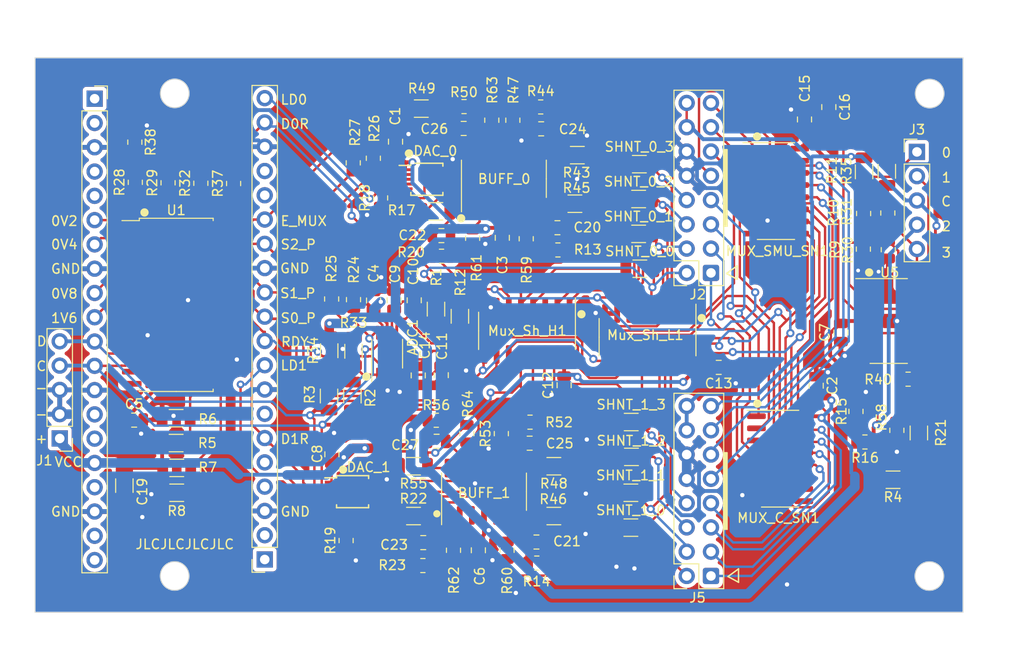
<source format=kicad_pcb>
(kicad_pcb (version 20221018) (generator pcbnew)
  (layers (0 "F.Cu" signal) (31 "B.Cu" signal) (34 "B.Paste" user) (35 "F.Paste" user) (36 "B.SilkS" user "B.Silkscreen") (37 "F.SilkS" user "F.Silkscreen") (38 "B.Mask" user) (39 "F.Mask" user) (44 "Edge.Cuts" user))
  (net 0 "")
  (net 1 "+3.3V")
  (net 2 "GND")
  (net 3 "A2_mult")
  (net 4 "Net-(ADC1-ADDR)")
  (net 5 "DAC_1_LDAC")
  (net 6 "DAC_1_RDY")
  (net 7 "I2C0_SDA")
  (net 8 "I2C0_SCL")
  (net 9 "A3_mult")
  (net 10 "DAC_0_LDAC")
  (net 11 "DAC_0_RDY")
  (net 12 "SMU_OUT_0_0")
  (net 13 "S0_PLX")
  (net 14 "S1_PLX")
  (net 15 "S2_PLX")
  (net 16 "SMU_OUT_0_1")
  (net 17 "SMU_OUT_0_2")
  (net 18 "SMU_OUT_0_3")
  (net 19 "E_mult_1")
  (net 20 "A0_mult")
  (net 21 "A1_mult")
  (net 22 "ADC_1_RDY")
  (net 23 "E_mult_0")
  (net 29 "Net-(U5C--)")
  (net 30 "Net-(U5A--)")
  (net 31 "Net-(U5A-+)")
  (net 32 "SDAC_V1")
  (net 33 "Net-(U5B--)")
  (net 34 "SDAC_V2")
  (net 35 "SMU_Common")
  (net 36 "C_SENS_0_3")
  (net 37 "C_SENS_0_2")
  (net 38 "C_SENS_0_1")
  (net 39 "C_SENS_0_0")
  (net 40 "SMU_SENS_0_3")
  (net 41 "SDAC_V0")
  (net 42 "SDAC_V3")
  (net 43 "SDAC_A_0V2")
  (net 44 "SDAC_A_0V4")
  (net 45 "SDAC_B_0V8")
  (net 46 "SDAC_B_1V6")
  (net 47 "Net-(U1-A1)")
  (net 48 "Net-(U1-A0)")
  (net 53 "SMU_OUT_1_0")
  (net 54 "SMU_OUT_1_1")
  (net 55 "SMU_OUT_1_2")
  (net 56 "SMU_OUT_1_3")
  (net 57 "SMU_SENS_0_2")
  (net 58 "SMU_SENS_0_1")
  (net 59 "SMU_SENS_0_0")
  (net 60 "DAC_BUFF_0_1")
  (net 61 "DAC_BUFF_1_1")
  (net 62 "DAC_BUFF_0_0")
  (net 63 "DAC_BUFF_1_0")
  (net 64 "DAC_BUFF_0_2")
  (net 65 "DAC_BUFF_1_2")
  (net 66 "DAC_BUFF_0_3")
  (net 67 "DAC_BUFF_1_3")
  (net 68 "Net-(BUFF_0A--)")
  (net 69 "Net-(BUFF_0A-+)")
  (net 70 "Net-(BUFF_0B-+)")
  (net 71 "Net-(BUFF_0B--)")
  (net 72 "Net-(BUFF_0C--)")
  (net 73 "Net-(BUFF_0C-+)")
  (net 74 "Net-(BUFF_0D-+)")
  (net 75 "Net-(BUFF_0D--)")
  (net 76 "Net-(BUFF_1A--)")
  (net 77 "Net-(BUFF_1A-+)")
  (net 78 "Net-(BUFF_1B-+)")
  (net 79 "Net-(BUFF_1B--)")
  (net 80 "Net-(BUFF_1C--)")
  (net 81 "Net-(BUFF_1C-+)")
  (net 82 "Net-(BUFF_1D-+)")
  (net 83 "Net-(BUFF_1D--)")
  (net 84 "C_SENS_1_0")
  (net 85 "SMU_SENS_1_0")
  (net 86 "C_SENS_1_1")
  (net 87 "SMU_SENS_1_1")
  (net 88 "C_SENS_1_2")
  (net 89 "SMU_SENS_1_2")
  (net 90 "C_SENS_1_3")
  (net 91 "SMU_SENS_1_3")
  (net 107 "Net-(U5D--)")
  (footprint "Capacitor_SMD:C_0805_2012Metric" (layer "F.Cu") (at 136.5745 88.714 180)
    (fp_text reference "C23")
    (fp_text value "22p")
  )
  (footprint "Resistor_SMD:R_1206_3216Metric" (layer "F.Cu") (at 137.8915 54.057)
    (fp_text reference "R17")
    (fp_text value "0")
  )
  (footprint "Capacitor_SMD:C_0805_2012Metric" (layer "F.Cu") (at 144.8395 56.828 90)
    (fp_text reference "C3")
    (fp_text value "0.1µ")
  )
  (footprint "Resistor_SMD:R_1206_3216Metric" (layer "F.Cu") (at 140.407 65.04 90)
    (fp_text reference "R12")
    (fp_text value "0")
  )
  (footprint "Connector_IDC:IDC-Header_2x08_P2.54mm_Vertical_NO_SHROUD" (layer "F.Cu") (at 166.6516 60.5002 180)
    (fp_text reference "J2")
    (fp_text value "Conn_02x08_Odd_Even")
  )
  (footprint "Capacitor_SMD:C_0805_2012Metric" (layer "F.Cu") (at 151.302 72.25 90)
    (fp_text reference "C12")
    (fp_text value "0.1µ")
  )
  (footprint "Capacitor_SMD:C_0805_2012Metric" (layer "F.Cu") (at 147.6995 78.314)
    (fp_text reference "C25")
    (fp_text value "22p")
  )
  (footprint "Resistor_SMD:R_1206_3216Metric" (layer "F.Cu") (at 159.2145 60.0642)
    (fp_text reference "SHNT_0_0")
    (fp_text value "20")
  )
  (footprint "Resistor_SMD:R_1206_3216Metric" (layer "F.Cu") (at 158.277 87.1464)
    (fp_text reference "SHNT_1_0")
    (fp_text value "20")
  )
  (footprint "Resistor_SMD:R_1206_3216Metric" (layer "F.Cu") (at 135.5565 85.935)
    (fp_text reference "R22")
    (fp_text value "0")
  )
  (footprint "Resistor_SMD:R_0805_2012Metric" (layer "F.Cu") (at 141.7375 56.874 90)
    (fp_text reference "R61")
    (fp_text value "12k")
  )
  (footprint "Resistor_SMD:R_0805_2012Metric" (layer "F.Cu") (at 139.737 89.514 90)
    (fp_text reference "R62")
    (fp_text value "12k")
  )
  (footprint "Resistor_SMD:R_0805_2012Metric" (layer "F.Cu") (at 131.3596 48.5097 90)
    (fp_text reference "R26")
    (fp_text value "4.7K")
  )
  (footprint "Resistor_SMD:R_0805_2012Metric" (layer "F.Cu") (at 182.6046 54.2872 90)
    (fp_text reference "R10")
    (fp_text value "12k")
  )
  (footprint "Resistor_SMD:R_1206_3216Metric" (layer "F.Cu") (at 150.227 80.725)
    (fp_text reference "R48")
    (fp_text value "0")
  )
  (footprint "Resistor_SMD:R_1206_3216Metric" (layer "F.Cu") (at 150.227 85.935)
    (fp_text reference "R46")
    (fp_text value "0")
  )
  (footprint "Package_SO:SOIC-16_3.9x9.9mm_P1.27mm" (layer "F.Cu") (at 147.4216 66.5622 -90)
    (fp_text reference "Mux_Sh_H1")
    (fp_text value "74HC4051")
  )
  (footprint "Resistor_SMD:R_0805_2012Metric" (layer "F.Cu") (at 141.137 77.314 90)
    (fp_text reference "R64")
    (fp_text value "12k")
  )
  (footprint "Resistor_SMD:R_0805_2012Metric" (layer "F.Cu") (at 182.7421 78.1872)
    (fp_text reference "R16")
    (fp_text value "12k")
  )
  (footprint "Resistor_SMD:R_1206_3216Metric" (layer "F.Cu") (at 135.5565 80.725)
    (fp_text reference "R55")
    (fp_text value "0")
  )
  (footprint "Resistor_SMD:R_0805_2012Metric" (layer "F.Cu") (at 116.752 51.15 90)
    (fp_text reference "R37")
    (fp_text value "4.7K")
  )
  (footprint "Capacitor_SMD:C_0805_2012Metric" (layer "F.Cu") (at 106.3568 75.9)
    (fp_text reference "C5")
    (fp_text value "0.1µ")
  )
  (footprint "Capacitor_SMD:C_0805_2012Metric" (layer "F.Cu") (at 176.427 44.45 -90)
    (fp_text reference "C15")
    (fp_text value "0.1µ")
  )
  (footprint "Capacitor_SMD:C_0805_2012Metric" (layer "F.Cu") (at 140.802 45.388 180)
    (fp_text reference "C26")
    (fp_text value "22p")
  )
  (footprint "Resistor_SMD:R_1206_3216Metric" (layer "F.Cu") (at 137.907 64.29 90)
    (fp_text reference "R1")
    (fp_text value "0")
  )
  (footprint "Package_SO:SOIC-14_3.9x8.7mm_P1.27mm" (layer "F.Cu") (at 142.927 83.389 90)
    (fp_text reference "BUFF_1")
    (fp_text value "LMV324")
  )
  (footprint "Package_SO:MSOP-10_3x3mm_P0.5mm" (layer "F.Cu") (at 129.1885 83.384)
    (fp_text reference "DAC_1")
    (fp_text value "MCP4728")
  )
  (footprint "Capacitor_SMD:C_0805_2012Metric" (layer "F.Cu") (at 178.9684 43.1546 -90)
    (fp_text reference "C16")
    (fp_text value "0.1µ")
  )
  (footprint "Resistor_SMD:R_0805_2012Metric" (layer "F.Cu") (at 144.737 77.314 90)
    (fp_text reference "R53")
    (fp_text value "12k")
  )
  (footprint "Resistor_SMD:R_1206_3216Metric" (layer "F.Cu") (at 129.286 68.7 90)
    (fp_text reference "R33")
    (fp_text value "0")
  )
  (footprint "Resistor_SMD:R_1206_3216Metric" (layer "F.Cu") (at 129.1696 73.3797 -90)
    (fp_text reference "R2")
    (fp_text value "0")
  )
  (footprint "Capacitor_SMD:C_0805_2012Metric" (layer "F.Cu") (at 150.602 55.774)
    (fp_text reference "C20")
    (fp_text value "22p")
  )
  (footprint "Resistor_SMD:R_0805_2012Metric" (layer "F.Cu") (at 145.337 89.514 90)
    (fp_text reference "R60")
    (fp_text value "12k")
  )
  (footprint "Resistor_SMD:R_1206_3216Metric" (layer "F.Cu") (at 126.7296 73.3797 -90)
    (fp_text reference "R3")
    (fp_text value "0")
  )
  (footprint "Resistor_SMD:R_1206_3216Metric" (layer "F.Cu") (at 188.381 77.243 90)
    (fp_text reference "R21")
    (fp_text value "10")
  )
  (footprint "Resistor_SMD:R_0805_2012Metric" (layer "F.Cu") (at 150.652 58.1)
    (fp_text reference "R13")
    (fp_text value "12k")
  )
  (footprint "Capacitor_SMD:C_1206_3216Metric" (layer "F.Cu") (at 105.3338 82.7532 90)
    (fp_text reference "C19")
    (fp_text value "1µ")
  )
  (footprint "Capacitor_SMD:C_0805_2012Metric" (layer "F.Cu") (at 167.4622 70.3834 180)
    (fp_text reference "C13")
    (fp_text value "0.1µ")
  )
  (footprint "Resistor_SMD:R_0805_2012Metric" (layer "F.Cu") (at 147.737 76.114)
    (fp_text reference "R52")
    (fp_text value "12k")
  )
  (footprint "Resistor_SMD:R_1206_3216Metric" (layer "F.Cu") (at 158.3145 76.1)
    (fp_text reference "SHNT_1_3")
    (fp_text value "20")
  )
  (footprint "Resistor_SMD:R_0805_2012Metric" (layer "F.Cu") (at 129.286 63.2975 90)
    (fp_text reference "R24")
    (fp_text value "4.7K")
  )
  (footprint "Resistor_SMD:R_1206_3216Metric" (layer "F.Cu") (at 136.3705 43.314)
    (fp_text reference "R49")
    (fp_text value "0")
  )
  (footprint "Capacitor_SMD:C_0805_2012Metric" (layer "F.Cu") (at 148.902 45.428)
    (fp_text reference "C24")
    (fp_text value "22p")
  )
  (footprint "Resistor_SMD:R_0805_2012Metric" (layer "F.Cu") (at 109.902 51.075 90)
    (fp_text reference "R29")
    (fp_text value "22k")
  )
  (footprint "Resistor_SMD:R_0805_2012Metric" (layer "F.Cu") (at 147.3395 56.928 90)
    (fp_text reference "R59")
    (fp_text value "12k")
  )
  (footprint "Resistor_SMD:R_1206_3216Metric" (layer "F.Cu") (at 185.6796 82.1372 180)
    (fp_text reference "R4")
    (fp_text value "10")
  )
  (footprint "Resistor_SMD:R_1206_3216Metric" (layer "F.Cu") (at 159.0895 56.4178)
    (fp_text reference "SHNT_0_1")
    (fp_text value "20")
  )
  (footprint "Package_SO:SOIC-16_3.9x9.9mm_P1.27mm" (layer "F.Cu") (at 160.02 67.2226 -90)
    (fp_text reference "Mux_Sh_L1")
    (fp_text value "74HC4051")
  )
  (footprint "Resistor_SMD:R_1206_3216Metric" (layer "F.Cu") (at 152.4275 53.262)
    (fp_text reference "R45")
    (fp_text value "0")
  )
  (footprint "Resistor_SMD:R_0805_2012Metric" (layer "F.Cu") (at 137.937 75.914 180)
    (fp_text reference "R56")
    (fp_text value "12k")
  )
  (footprint "Capacitor_SMD:C_0805_2012Metric" (layer "F.Cu") (at 127.027 79.475 -90)
    (fp_text reference "C8")
    (fp_text value "0.1µ")
  )
  (footprint "Connector_PinHeader_2.54mm:PinHeader_1x05_P2.54mm_Vertical" (layer "F.Cu") (at 188.181 47.843)
    (fp_text reference "J3")
    (fp_text value "Conn_01x05_Pin")
  )
  (footprint "Capacitor_SMD:C_0805_2012Metric" (layer "F.Cu") (at 136.052 71.225 90)
    (fp_text reference "C14")
    (fp_text value "0.1µ")
  )
  (footprint "Resistor_SMD:R_1206_3216Metric" (layer "F.Cu") (at 159.1645 49.125)
    (fp_text reference "SHNT_0_3")
    (fp_text value "20")
  )
  (footprint "Connector_IDC:IDC-Header_2x08_P2.54mm_Vertical_NO_SHROUD" (layer "F.Cu") (at 166.6516 92.2022 180)
    (fp_text reference "J5")
    (fp_text value "Conn_02x08_Odd_Even")
  )
  (footprint "Resistor_SMD:R_0805_2012Metric" (layer "F.Cu") (at 140.8395 43.102 180)
    (fp_text reference "R50")
    (fp_text value "12k")
  )
  (footprint "Resistor_SMD:R_1206_3216Metric" (layer "F.Cu") (at 110.8068 83.5)
    (fp_text reference "R8")
    (fp_text value "0")
  )
  (footprint "Connector_PinHeader_2.54mm:PinHeader_1x05_P2.54mm_Vertical" (layer "F.Cu") (at 98.5786 77.8192 180)
    (fp_text reference "J1")
    (fp_text value "Conn_01x05_Pin")
  )
  (footprint "Capacitor_SMD:C_0805_2012Metric" (layer "F.Cu") (at 138.457 71.1975 90)
    (fp_text reference "C11")
    (fp_text value "0.1µ")
  )
  (footprint "Resistor_SMD:R_0805_2012Metric" (layer "F.Cu") (at 182.5796 58.0122 90)
    (fp_text reference "R9")
    (fp_text value "12k")
  )
  (footprint "Resistor_SMD:R_0805_2012Metric" (layer "F.Cu") (at 185.1346 54.2372 90)
    (fp_text reference "R31")
    (fp_text value "12k")
  )
  (footprint "Capacitor_SMD:C_0805_2012Metric" (layer "F.Cu") (at 142.337 89.514 90)
    (fp_text reference "C6")
    (fp_text value "0.1µ")
  )
  (footprint "Capacitor_SMD:C_0805_2012Metric" (layer "F.Cu") (at 180.231 66.738 90)
    (fp_text reference "C7")
    (fp_text value "0.1µ")
  )
  (footprint "Capacitor_SMD:C_0805_2012Metric" (layer "F.Cu") (at 137.9745 78.114 180)
    (fp_text reference "C27")
    (fp_text value "22p")
  )
  (footprint "Package_SO:SOIC-28W_7.5x17.9mm_P1.27mm" (layer "F.Cu") (at 110.7568 63.845)
    (fp_text reference "U1")
    (fp_text value "MCP23017_SO")
  )
  (footprint "Resistor_SMD:R_0805_2012Metric" (layer "F.Cu") (at 113.327 51.125 90)
    (fp_text reference "R32")
    (fp_text value "10k")
  )
  (footprint "Connector_PinSocket_2.54mm:PinSocket_1x20_P2.54mm_Vertical" (layer "F.Cu") (at 120.0068 90.48 180)
    (fp_text reference "RPI_40" hide)
    (fp_text value "Conn_01x20_Female")
  )
  (footprint "Package_SO:SOIC-14_3.9x8.7mm_P1.27mm" (layer "F.Cu") (at 185.231 65.532)
    (fp_text reference "U5")
    (fp_text value "LMV324DR2G")
  )
  (footprint "Resistor_SMD:R_0805_2012Metric" (layer "F.Cu") (at 132.1186 52.6587 90)
    (fp_text reference "R18")
    (fp_text value "47k")
  )
  (footprint "Package_SO:SOIC-16_3.9x9.9mm_P1.27mm" (layer "F.Cu") (at 173.4424 51.943)
    (fp_text reference "MUX_SMU_SN1")
    (fp_text value "74HC4051")
  )
  (footprint "Resistor_SMD:R_1206_3216Metric" (layer "F.Cu") (at 110.7443 78.3 180)
    (fp_text reference "R5")
    (fp_text value "0")
  )
  (footprint "Resistor_SMD:R_0805_2012Metric" (layer "F.Cu") (at 128.5126 88.4987 90)
    (fp_text reference "R19")
    (fp_text value "47k")
  )
  (footprint "Resistor_SMD:R_1206_3216Metric" (layer "F.Cu") (at 126.746 68.6415 90)
    (fp_text reference "R34")
    (fp_text value "0")
  )
  (footprint "Resistor_SMD:R_0805_2012Metric" (layer "F.Cu") (at 106.427 46.825 -90)
    (fp_text reference "R38")
    (fp_text value "10k")
  )
  (footprint "Resistor_SMD:R_0805_2012Metric" (layer "F.Cu") (at 148.852 43.142)
    (fp_text reference "R44")
    (fp_text value "12k")
  )
  (footprint "Capacitor_SMD:C_0805_2012Metric" (layer "F.Cu") (at 138.4735 56.599 180)
    (fp_text reference "C22")
    (fp_text value "22p")
  )
  (footprint "Resistor_SMD:R_1206_3216Metric" (layer "F.Cu") (at 158.3395 79.7464)
    (fp_text reference "SHNT_1_2")
    (fp_text value "20")
  )
  (footprint "Package_SO:VSSOP-10_3x3mm_P0.5mm" (layer "F.Cu") (at 132.802 68.95 90)
    (fp_text reference "ADC1")
    (fp_text value "ADS1115IDGS")
  )
  (footprint "Package_SO:SOIC-14_3.9x8.7mm_P1.27mm" (layer "F.Cu") (at 145.004 50.657 90)
    (fp_text reference "BUFF_0")
    (fp_text value "LMV324")
  )
  (footprint "Capacitor_SMD:C_0805_2012Metric" (layer "F.Cu") (at 177.652 72.3 -90)
    (fp_text reference "C2")
    (fp_text value "0.1µ")
  )
  (footprint "Resistor_SMD:R_1206_3216Metric" (layer "F.Cu") (at 158.277 83.5)
    (fp_text reference "SHNT_1_1")
    (fp_text value "20")
  )
  (footprint "Capacitor_SMD:C_0805_2012Metric" (layer "F.Cu") (at 131.382 63.39 90)
    (fp_text reference "C4")
    (fp_text value "0.1µ")
  )
  (footprint "Connector_PinSocket_2.54mm:PinSocket_1x20_P2.54mm_Vertical" (layer "F.Cu") (at 102.2268 42.28)
    (fp_text reference "RPI_20" hide)
    (fp_text value "Conn_01x20_Female")
  )
  (footprint "Resistor_SMD:R_0805_2012Metric" (layer "F.Cu") (at 138.487 58.755 180)
    (fp_text reference "R20")
    (fp_text value "12k")
  )
  (footprint "Capacitor_SMD:C_0805_2012Metric" (layer "F.Cu") (at 133.6775 46.7745 -90)
    (fp_text reference "C1")
    (fp_text value "0.1µ")
  )
  (footprint "Resistor_SMD:R_0805_2012Metric" (layer "F.Cu") (at 187.256 71.618)
    (fp_text reference "R40")
    (fp_text value "12k")
  )
  (footprint "Capacitor_SMD:C_0805_2012Metric" (layer "F.Cu") (at 133.532 63.365 -90)
    (fp_text reference "C9")
    (fp_text value "0.1µ")
  )
  (footprint "Resistor_SMD:R_0805_2012Metric" (layer "F.Cu") (at 145.9395 44.528 90)
    (fp_text reference "R47")
    (fp_text value "12k")
  )
  (footprint "Capacitor_SMD:C_0805_2012Metric" (layer "F.Cu") (at 148.4075 88.653)
    (fp_text reference "C21")
    (fp_text value "22p")
  )
  (footprint "Resistor_SMD:R_1206_3216Metric" (layer "F.Cu") (at 185.0346 49.8747 -90)
    (fp_text reference "R35")
    (fp_text value "10")
  )
  (footprint "Resistor_SMD:R_0805_2012Metric" (layer "F.Cu") (at 148.445 90.853)
    (fp_text reference "R14")
    (fp_text value "12k")
  )
  (footprint "Resistor_SMD:R_1206_3216Metric" (layer "F.Cu") (at 110.8068 80.9 180)
    (fp_text reference "R7")
    (fp_text value "0")
  )
  (footprint "Resistor_SMD:R_0805_2012Metric" (layer "F.Cu") (at 129.2596 48.9897 90)
    (fp_text reference "R27")
    (fp_text value "4.7K")
  )
  (footprint "Resistor_SMD:R_1206_3216Metric" (layer "F.Cu") (at 110.7443 75.7)
    (fp_text reference "R6")
    (fp_text value "0")
  )
  (footprint "Capacitor_SMD:C_0805_2012Metric" (layer "F.Cu") (at 135.632 63.365 -90)
    (fp_text reference "C10")
    (fp_text value "0.1µ")
  )
  (footprint "Resistor_SMD:R_0805_2012Metric" (layer "F.Cu") (at 136.537 91.114 180)
    (fp_text reference "R23")
    (fp_text value "12k")
  )
  (footprint "Package_SO:SOIC-16_3.9x9.9mm_P1.27mm" (layer "F.Cu") (at 173.8772 79.9338)
    (fp_text reference "MUX_C_SN1")
    (fp_text value "74HC4051")
  )
  (footprint "Resistor_SMD:R_1206_3216Metric" (layer "F.Cu") (at 159.0895 52.7714)
    (fp_text reference "SHNT_0_2")
    (fp_text value "20")
  )
  (footprint "Resistor_SMD:R_0805_2012Metric" (layer "F.Cu") (at 127 63.23 90)
    (fp_text reference "R25")
    (fp_text value "4.7K")
  )
  (footprint "Resistor_SMD:R_1206_3216Metric" (layer "F.Cu") (at 152.6815 48.182)
    (fp_text reference "R43")
    (fp_text value "0")
  )
  (footprint "Resistor_SMD:R_0805_2012Metric" (layer "F.Cu") (at 185.1846 58.0747 90)
    (fp_text reference "R30")
    (fp_text value "12k")
  )
  (footprint "Resistor_SMD:R_1206_3216Metric" (layer "F.Cu") (at 182.6546 49.9247 -90)
    (fp_text reference "R11")
    (fp_text value "10")
  )
  (footprint "Resistor_SMD:R_0805_2012Metric" (layer "F.Cu") (at 143.7395 44.528 90)
    (fp_text reference "R63")
    (fp_text value "12k")
  )
  (footprint "Resistor_SMD:R_0805_2012Metric" (layer "F.Cu") (at 181.806 74.988 -90)
    (fp_text reference "R15")
    (fp_text value "12k")
  )
  (footprint "Resistor_SMD:R_0805_2012Metric" (layer "F.Cu") (at 186.081 76.968 90)
    (fp_text reference "R58")
    (fp_text value "12k")
  )
  (footprint "Package_SO:MSOP-10_3x3mm_P0.5mm" (layer "F.Cu") (at 136.954 50.707)
    (fp_text reference "DAC_0")
    (fp_text value "MCP4728")
  )
  (footprint "Resistor_SMD:R_0805_2012Metric" (layer "F.Cu") (at 106.477 51.025 90)
    (fp_text reference "R28")
    (fp_text value "47k")
  )
  (gr_circle (center 135.0772 48.006) (end 135.43641 48.006) (stroke (width 0.15)) (fill solid) (layer "F.SilkS"))
  (gr_line (start 169.3796 61.1622) (end 168.2796 60.5622) (stroke (width 0.15)) (layer "F.SilkS"))
  (gr_circle (center 107.43839 54.1782) (end 107.7976 54.1782) (stroke (width 0.15)) (fill solid) (layer "F.SilkS"))
  (gr_circle (center 171.4754 46.228) (end 171.83461 46.228) (stroke (width 0.15)) (fill solid) (layer "F.SilkS"))
  (gr_circle (center 153.1112 64.8208) (end 153.47041 64.8208) (stroke (width 0.15)) (fill solid) (layer "F.SilkS"))
  (gr_circle (center 137.9982 85.69599) (end 138.303 85.69599) (stroke (width 0.15)) (fill solid) (layer "F.SilkS"))
  (gr_circle (center 130.6322 71.3486) (end 130.99141 71.3486) (stroke (width 0.15)) (fill solid) (layer "F.SilkS"))
  (gr_line (start 169.3796 59.7622) (end 169.3796 61.1622) (stroke (width 0.15)) (layer "F.SilkS"))
  (gr_circle (center 183.1848 60.452) (end 183.54401 60.452) (stroke (width 0.15)) (fill solid) (layer "F.SilkS"))
  (gr_line (start 168.2796 60.5622) (end 169.3796 59.7622) (stroke (width 0.15)) (layer "F.SilkS"))
  (gr_line (start 169.5296 92.8622) (end 168.4296 92.2622) (stroke (width 0.15)) (layer "F.SilkS"))
  (gr_circle (center 171.5008 74.168) (end 171.86001 74.168) (stroke (width 0.15)) (fill solid) (layer "F.SilkS"))
  (gr_line (start 169.5296 91.4622) (end 169.5296 92.8622) (stroke (width 0.15)) (layer "F.SilkS"))
  (gr_circle (center 128.1938 81.0768) (end 128.55301 81.0768) (stroke (width 0.15)) (fill solid) (layer "F.SilkS"))
  (gr_circle (center 165.6842 65.2272) (end 166.04341 65.2272) (stroke (width 0.15)) (fill solid) (layer "F.SilkS"))
  (gr_line (start 168.4296 92.2622) (end 169.5296 91.4622) (stroke (width 0.15)) (layer "F.SilkS"))
  (gr_circle (center 140.53459 54.7878) (end 140.8938 54.7878) (stroke (width 0.15)) (fill solid) (layer "F.SilkS"))
  (gr_circle (center 110.5996 41.7222) (end 112.0996 41.7222) (stroke (width 0.1)) (fill none) (layer "Edge.Cuts"))
  (gr_circle (center 110.5896 92.2022) (end 112.0896 92.2022) (stroke (width 0.1)) (fill none) (layer "Edge.Cuts"))
  (gr_circle (center 189.4796 92.2122) (end 190.9796 92.2122) (stroke (width 0.1)) (fill none) (layer "Edge.Cuts"))
  (gr_circle (center 189.5096 41.7422) (end 191.0096 41.7422) (stroke (width 0.1)) (fill none) (layer "Edge.Cuts"))
  (gr_rect (start 96 38) (end 193 96) (stroke (width 0.1)) (fill none) (layer "Edge.Cuts"))
  (gr_text "GND" (at 97.5796 60.6622) (layer "F.SilkS") (effects (font (size 1 1)) (justify left bottom)))
  (gr_text "+" (at 95.9546 78.4302) (layer "F.SilkS") (effects (font (size 1 1)) (justify left bottom)))
  (gr_text "0V4" (at 97.5796 58.1122) (layer "F.SilkS") (effects (font (size 1 1)) (justify left bottom)))
  (gr_text "GND" (at 121.5296 60.6122) (layer "F.SilkS") (effects (font (size 1 1)) (justify left bottom)))
  (gr_text "0V8" (at 97.5796 63.2622) (layer "F.SilkS") (effects (font (size 1 1)) (justify left bottom)))
  (gr_text "C" (at 96.0586 70.8452) (layer "F.SilkS") (effects (font (size 1 1)) (justify left bottom)))
  (gr_text "RDY" (at 121.6296 68.3122) (layer "F.SilkS") (effects (font (size 1 1)) (justify left bottom)))
  (gr_text "1" (at 190.6796 51.1122) (layer "F.SilkS") (effects (font (size 1 1)) (justify left bottom)))
  (gr_text "-" (at 95.9426 73.1172) (layer "F.SilkS") (effects (font (size 1 1)) (justify left bottom)))
  (gr_text "0V2" (at 97.5796 55.6622) (layer "F.SilkS") (effects (font (size 1 1)) (justify left bottom)))
  (gr_text "S0_P" (at 121.5796 65.8122) (layer "F.SilkS") (effects (font (size 1 1)) (justify left bottom)))
  (gr_text "S1_P" (at 121.5296 63.2122) (layer "F.SilkS") (effects (font (size 1 1)) (justify left bottom)))
  (gr_text "S2_P" (at 121.5796 58.1122) (layer "F.SilkS") (effects (font (size 1 1)) (justify left bottom)))
  (gr_text "GND" (at 121.5796 86.0622) (layer "F.SilkS") (effects (font (size 1 1)) (justify left bottom)))
  (gr_text "-" (at 95.9426 75.8662) (layer "F.SilkS") (effects (font (size 1 1)) (justify left bottom)))
  (gr_text "3" (at 190.6796 58.9622) (layer "F.SilkS") (effects (font (size 1 1)) (justify left bottom)))
  (gr_text "D1R" (at 121.5796 78.4622) (layer "F.SilkS") (effects (font (size 1 1)) (justify left bottom)))
  (gr_text "2" (at 190.6796 56.2122) (layer "F.SilkS") (effects (font (size 1 1)) (justify left bottom)))
  (gr_text "VCC" (at 97.9566 80.8702) (layer "F.SilkS") (effects (font (size 1 1)) (justify left bottom)))
  (gr_text "GND" (at 97.5796 86.0622) (layer "F.SilkS") (effects (font (size 1 1)) (justify left bottom)))
  (gr_text "D0R" (at 121.5796 45.5122) (layer "F.SilkS") (effects (font (size 1 1)) (justify left bottom)))
  (gr_text "0" (at 190.6796 48.5122) (layer "F.SilkS") (effects (font (size 1 1)) (justify left bottom)))
  (gr_text "E_MUX" (at 121.5796 55.6622) (layer "F.SilkS") (effects (font (size 1 1)) (justify left bottom)))
  (gr_text "LD0" (at 121.5796 42.9622) (layer "F.SilkS") (effects (font (size 1 1)) (justify left bottom)))
  (gr_text "1V6" (at 97.5796 65.8122) (layer "F.SilkS") (effects (font (size 1 1)) (justify left bottom)))
  (gr_text "C" (at 190.631981 53.6122) (layer "F.SilkS") (effects (font (size 1 1)) (justify left bottom)))
  (gr_text "LD1" (at 121.5796 70.7622) (layer "F.SilkS") (effects (font (size 1 1)) (justify left bottom)))
  (gr_text "JLCJLCJLCJLC" (at 106.4096 89.4722) (layer "F.SilkS") (effects (font (size 1 1)) (justify left bottom)))
  (gr_text "D" (at 96.0936 68.2442) (layer "F.SilkS") (effects (font (size 1 1)) (justify left bottom)))
  (segment (start 131.3596 47.5972) (end 133.5502 47.5972) (width 0.25) (layer "F.Cu") (net 1))
  (segment (start 178.2123 75.6681) (end 178.0442 75.5) (width 0.4) (layer "F.Cu") (net 1))
  (segment (start 134.754 49.0174) (end 134.754 48.8885) (width 0.25) (layer "F.Cu") (net 1))
  (segment (start 152.6909 71.3755) (end 152.4862 71.1708) (width 0.4) (layer "F.Cu") (net 1))
  (segment (start 127 62.23) (end 129.2185 62.23) (width 0.4) (layer "F.Cu") (net 1))
  (segment (start 164.472 69.7) (end 165.1554 70.3834) (width 0.4) (layer "F.Cu") (net 1))
  (segment (start 134.754 48.8885) (end 133.678 47.812) (width 0.25) (layer "F.Cu") (net 1))
  (segment (start 132.141545 63.516913) (end 131.382 64.276458) (width 0.4) (layer "F.Cu") (net 1))
  (segment (start 104.792 80.9) (end 109.2818 80.9) (width 0.4) (layer "F.Cu") (net 1))
  (segment (start 179.1609 49.0367) (end 179.1609 54.324639) (width 0.4) (layer "F.Cu") (net 1))
  (segment (start 179.877 55.040739) (end 179.877 65.434) (width 0.4) (layer "F.Cu") (net 1))
  (segment (start 131.8862 78.8416) (end 129.2192 78.8416) (width 1) (layer "F.Cu") (net 1))
  (segment (start 106.0368 78.3) (end 105.2322 77.4954) (width 0.4) (layer "F.Cu") (net 1))
  (segment (start 178.7349 73.3375) (end 179.2296 73.8322) (width 0.4) (layer "F.Cu") (net 1))
  (segment (start 142.927 87.419) (end 143.4245 87.419) (width 0.4) (layer "F.Cu") (net 1))
  (segment (start 164.472 69.7) (end 164.472 71.1892) (width 0.4) (layer "F.Cu") (net 1))
  (segment (start 179.1609 54.324639) (end 179.877 55.040739) (width 0.4) (layer "F.Cu") (net 1))
  (segment (start 143.1936 55.7905) (end 143.0959 55.8882) (width 0.4) (layer "F.Cu") (net 1))
  (segment (start 176.427 47.2451) (end 176.427 45.4875) (width 0.4) (layer "F.Cu") (net 1))
  (segment (start 135.255 78.7146) (end 135.255 76.962) (width 1) (layer "F.Cu") (net 1))
  (segment (start 180.6155 65.532) (end 182.756 65.532) (width 0.4) (layer "F.Cu") (net 1))
  (segment (start 130.8796 48.0772) (end 131.3596 47.5972) (width 0.25) (layer "F.Cu") (net 1))
  (segment (start 109.2818 78.3) (end 106.0368 78.3) (width 0.4) (layer "F.Cu") (net 1))
  (segment (start 131.382 64.3935) (end 129.286 62.2975) (width 0.4) (layer "F.Cu") (net 1))
  (segment (start 126.746 67.179) (end 126.746 65.8114) (width 1) (layer "F.Cu") (net 1))
  (segment (start 175.927 47.51) (end 176.1919 47.2451) (width 0.4) (layer "F.Cu") (net 1))
  (segment (start 129.2596 48.0772) (end 130.8796 48.0772) (width 0.25) (layer "F.Cu") (net 1))
  (segment (start 142.927 87.8865) (end 142.337 88.4765) (width 0.4) (layer "F.Cu") (net 1))
  (segment (start 135.1694 78.8002) (end 131.9276 78.8002) (width 1) (layer "F.Cu") (net 1))
  (segment (start 177.7395 73.3375) (end 177.652 73.25) (width 1) (layer "F.Cu") (net 1))
  (segment (start 128.27 79.7908) (end 127.7487 79.7908) (width 1) (layer "F.Cu") (net 1))
  (segment (start 112.9293 68.29) (end 105.3193 75.9) (width 0.4) (layer "F.Cu") (net 1))
  (segment (start 128.27 79.7908) (end 129.1844 78.8764) (width 1) (layer "F.Cu") (net 1))
  (segment (start 142.927 87.419) (end 142.927 87.8865) (width 0.4) (layer "F.Cu") (net 1))
  (segment (start 164.472 71.1892) (end 163.7538 71.9074) (width 0.4) (layer "F.Cu") (net 1))
  (segment (start 104.792 80.9) (end 104.9556 80.9) (width 0.4) (layer "F.Cu") (net 1))
  (segment (start 178.7349 73.3375) (end 177.7395 73.3375) (width 1) (layer "F.Cu") (net 1))
  (segment (start 135.255 78.7146) (end 135.1694 78.8002) (width 1) (layer "F.Cu") (net 1))
  (segment (start 134.754 49.707) (end 134.754 49.0174) (width 0.25) (layer "F.Cu") (net 1))
  (segment (start 151.852 69.05) (end 151.302 69.6) (width 0.4) (layer "F.Cu") (net 1))
  (segment (start 132.802 65.785495) (end 131.444005 64.4275) (width 0.3) (layer "F.Cu") (net 1))
  (segment (start 126.988 82.384) (end 126.988 80.551) (width 0.25) (layer "F.Cu") (net 1))
  (segment (start 180.0136 72.0588) (end 180.0136 70.0382) (width 0.4) (layer "F.Cu") (net 1))
  (segment (start 115.0495 68.29) (end 112.9293 68.29) (width 0.4) (layer "F.Cu") (net 1))
  (segment (start 179.877 65.434) (end 180.231 65.788) (width 0.4) (layer "F.Cu") (net 1))
  (segment (start 151.302 69.6) (end 151.302 71.2125) (width 0.4) (layer "F.Cu") (net 1))
  (segment (start 104.272 80.38) (end 104.792 80.9) (width 0.4) (layer "F.Cu") (net 1))
  (segment (start 126.746 65.8114) (end 126.7714 65.786) (width 1) (layer "F.Cu") (net 1))
  (segment (start 152.4862 71.1708) (end 151.3437 71.1708) (width 0.4) (layer "F.Cu") (net 1))
  (segment (start 135.255 76.962) (end 135.2804 76.9366) (width 1) (layer "F.Cu") (net 1))
  (segment (start 178.7349 73.3375) (end 180.0136 72.0588) (width 0.4) (layer "F.Cu") (net 1))
  (segment (start 180.0136 70.0382) (end 179.106 69.1306) (width 0.4) (layer "F.Cu") (net 1))
  (segment (start 104.9556 80.9) (end 105.3338 81.2782) (width 0.4) (layer "F.Cu") (net 1))
  (segment (start 105.2322 77.4954) (end 105.2322 75.9871) (width 0.4) (layer "F.Cu") (net 1))
  (segment (start 178.0442 75.5) (end 176.352 75.5) (width 0.4) (layer "F.Cu") (net 1))
  (segment (start 145.004 53.132) (end 145.004 55.626) (width 0.4) (layer "F.Cu") (net 1))
  (segment (start 179.106 69.1306) (end 179.106 66.8255) (width 0.4) (layer "F.Cu") (net 1))
  (segment (start 134.8396 48.9318) (end 135.4476 48.9318) (width 0.4) (layer "F.Cu") (net 1))
  (segment (start 114.841 68.29) (end 112.301 65.75) (width 0.4) (layer "F.Cu") (net 1))
  (segment (start 127.7487 79.7908) (end 127.027 80.5125) (width 1) (layer "F.Cu") (net 1))
  (segment (start 179.106 66.8255) (end 180.231 65.7005) (width 0.4) (layer "F.Cu") (net 1))
  (segment (start 165.1554 70.3834) (end 166.4247 70.3834) (width 0.4) (layer "F.Cu") (net 1))
  (segment (start 176.1919 47.2451) (end 176.427 47.2451) (width 0.4) (layer "F.Cu") (net 1))
  (segment (start 177.3693 47.2451) (end 179.1609 49.0367) (width 0.4) (layer "F.Cu") (net 1))
  (segment (start 144.8395 55.7905) (end 143.1936 55.7905) (width 0.4) (layer "F.Cu") (net 1))
  (segment (start 112.301 65.75) (end 106.1068 65.75) (width 0.4) (layer "F.Cu") (net 1))
  (segment (start 132.802 66.75) (end 132.802 65.785495) (width 0.3) (layer "F.Cu") (net 1))
  (segment (start 134.754 49.0174) (end 134.8396 48.9318) (width 0.4) (layer "F.Cu") (net 1))
  (segment (start 109.2818 80.9) (end 109.2818 78.3) (width 0.4) (layer "F.Cu") (net 1))
  (segment (start 142.927 85.864) (end 142.927 87.419) (width 0.4) (layer "F.Cu") (net 1))
  (segment (start 101.7948 80.38) (end 104.272 80.38) (width 0.4) (layer "F.Cu") (net 1))
  (segment (start 176.427 47.2451) (end 177.3693 47.2451) (width 0.4) (layer "F.Cu") (net 1))
  (via (at 179.2296 73.8322) (size 0.85) (drill 0.45) (layers "F.Cu" "B.Cu") (net 1))
  (via (at 143.4245 87.419) (size 0.85) (drill 0.45) (layers "F.Cu" "B.Cu") (net 1))
  (via (at 126.7714 65.786) (size 0.85) (drill 0.45) (layers "F.Cu" "B.Cu") (net 1))
  (via (at 152.6909 71.3755) (size 0.85) (drill 0.45) (layers "F.Cu" "B.Cu") (net 1))
  (via (at 135.2804 76.9366) (size 0.85) (drill 0.45) (layers "F.Cu" "B.Cu") (net 1))
  (via (at 132.141545 63.516913) (size 0.85) (drill 0.45) (layers "F.Cu" "B.Cu") (net 1))
  (via (at 178.2123 75.6681) (size 0.85) (drill 0.45) (layers "F.Cu" "B.Cu") (net 1))
  (via (at 135.255 78.7146) (size 0.85) (drill 0.45) (layers "F.Cu" "B.Cu") (net 1))
  (via (at 135.4476 48.9318) (size 0.85) (drill 0.45) (layers "F.Cu" "B.Cu") (net 1))
  (via (at 143.0959 55.8882) (size 0.85) (drill 0.45) (layers "F.Cu" "B.Cu") (net 1))
  (via (at 128.27 79.7908) (size 0.85) (drill 0.45) (layers "F.Cu" "B.Cu") (net 1))
  (via (at 163.7538 71.9074) (size 0.85) (drill 0.45) (layers "F.Cu" "B.Cu") (net 1))
  (via (at 130.4544 78.8416) (size 0.85) (drill 0.45) (layers "F.Cu" "B.Cu") (net 1))
  (segment (start 137.16 81.3308) (end 137.24815 81.24265) (width 1) (layer "B.Cu") (net 1))
  (segment (start 170.5102 94.0816) (end 150.0871 94.0816) (width 1) (layer "B.Cu") (net 1))
  (segment (start 153.2228 71.9074) (end 163.7538 71.9074) (width 0.4) (layer "B.Cu") (net 1))
  (segment (start 122.301 81.6102) (end 122.3264 81.6356) (width 0.4) (layer "B.Cu") (net 1))
  (segment (start 140.2374 55.8882) (end 137.3804 55.8882) (width 1) (layer "B.Cu") (net 1))
  (segment (start 135.7462 81.3308) (end 137.16 81.3308) (width 1) (layer "B.Cu") (net 1))
  (segment (start 130.429 78.867) (end 130.4544 78.8416) (width 1) (layer "B.Cu") (net 1))
  (segment (start 137.24815 81.202221) (end 137.24815 81.24265) (width 0.4) (layer "B.Cu") (net 1))
  (segment (start 122.3264 81.6356) (end 126.4252 81.6356) (width 1) (layer "B.Cu") (net 1))
  (segment (start 152.6909 71.3755) (end 153.2228 71.9074) (width 0.4) (layer "B.Cu") (net 1))
  (segment (start 181.3167 78.7725) (end 181.3167 81.4093) (width 0.4) (layer "B.Cu") (net 1))
  (segment (start 133.6802 59.5884) (end 133.6802 65.151) (width 1) (layer "B.Cu") (net 1))
  (segment (start 181.3167 81.4093) (end 181.6896 81.7822) (width 0.4) (layer "B.Cu") (net 1))
  (segment (start 135.255 76.7608) (end 136.9822 75.0336) (width 1) (layer "B.Cu") (net 1))
  (segment (start 143.4245 87.419) (end 137.24815 81.24265) (width 1) (layer "B.Cu") (net 1))
  (segment (start 136.9822 68.453) (end 133.933 65.4038) (width 1) (layer "B.Cu") (net 1))
  (segment (start 132.141545 63.516913) (end 131.4196 64.238858) (width 1) (layer "B.Cu") (net 1))
  (segment (start 131.4196 65.151) (end 133.6802 65.151) (width 1) (layer "B.Cu") (net 1))
  (segment (start 98.5786 77.8192) (end 98.5786 78.2002) (width 1) (layer "B.Cu") (net 1))
  (segment (start 135.255 78.7146) (end 135.255 80.8396) (width 1) (layer "B.Cu") (net 1))
  (segment (start 143.0959 55.8882) (end 140.2374 55.8882) (width 1) (layer "B.Cu") (net 1))
  (segment (start 150.0871 94.0816) (end 143.4245 87.419) (width 1) (layer "B.Cu") (net 1))
  (segment (start 98.5786 78.2002) (end 100.7584 80.38) (width 1) (layer "B.Cu") (net 1))
  (segment (start 126.7714 65.786) (end 128.6764 65.786) (width 1) (layer "B.Cu") (net 1))
  (segment (start 179.2296 74.6508) (end 178.2123 75.6681) (width 0.4) (layer "B.Cu") (net 1))
  (segment (start 152.4862 71.1708) (end 147.279571 71.1708) (width 0.4) (layer "B.Cu") (net 1))
  (segment (start 152.6909 71.3755) (end 152.4862 71.1708) (width 0.4) (layer "B.Cu") (net 1))
  (segment (start 117.2972 81.6102) (end 122.301 81.6102) (width 0.4) (layer "B.Cu") (net 1))
  (segment (start 128.6764 65.786) (end 129.3114 65.151) (width 1) (layer "B.Cu") (net 1))
  (segment (start 140.2374 55.8882) (end 135.4476 51.0984) (width 0.4) (layer "B.Cu") (net 1))
  (segment (start 135.255 80.8396) (end 135.7462 81.3308) (width 1) (layer "B.Cu") (net 1))
  (segment (start 135.255 78.7146) (end 135.255 76.7608) (width 1) (layer "B.Cu") (net 1))
  (segment (start 181.6896 81.7822) (end 181.6896 82.9022) (width 1) (layer "B.Cu") (net 1))
  (segment (start 178.2123 75.6681) (end 181.3167 78.7725) (width 0.4) (layer "B.Cu") (net 1))
  (segment (start 100.7584 80.38) (end 102.2268 80.38) (width 1) (layer "B.Cu") (net 1))
  (segment (start 128.27 79.7908) (end 128.27 79.629) (width 1) (layer "B.Cu") (net 1))
  (segment (start 133.6802 65.151) (end 133.933 65.4038) (width 0.4) (layer "B.Cu") (net 1))
  (segment (start 128.27 79.629) (end 129.032 78.867) (width 1) (layer "B.Cu") (net 1))
  (segment (start 129.032 78.867) (end 130.429 78.867) (width 1) (layer "B.Cu") (net 1))
  (segment (start 131.4196 64.238858) (end 131.4196 65.151) (width 1) (layer "B.Cu") (net 1))
  (segment (start 126.4252 81.6356) (end 128.27 79.7908) (width 1) (layer "B.Cu") (net 1))
  (segment (start 147.279571 71.1708) (end 137.24815 81.202221) (width 0.4) (layer "B.Cu") (net 1))
  (segment (start 129.3114 65.151) (end 131.4196 65.151) (width 1) (layer "B.Cu") (net 1))
  (segment (start 116.067 80.38) (end 117.2972 81.6102) (width 1) (layer "B.Cu") (net 1))
  (segment (start 135.4476 51.0984) (end 135.4476 48.9318) (width 0.4) (layer "B.Cu") (net 1))
  (segment (start 136.9822 75.0336) (end 136.9822 68.453) (width 1) (layer "B.Cu") (net 1))
  (segment (start 179.2296 73.8322) (end 179.2296 74.6508) (width 0.4) (layer "B.Cu") (net 1))
  (segment (start 137.3804 55.8882) (end 133.6802 59.5884) (width 1) (layer "B.Cu") (net 1))
  (segment (start 181.6896 82.9022) (end 170.5102 94.0816) (width 1) (layer "B.Cu") (net 1))
  (segment (start 102.2268 80.38) (end 116.067 80.38) (width 1) (layer "B.Cu") (net 1))
  (segment (start 127.027 78.4375) (end 127.027 77.4684) (width 0.4) (layer "F.Cu") (net 2))
  (segment (start 180.231 68.7692) (end 180.231 67.7755) (width 0.4) (layer "F.Cu") (net 2))
  (segment (start 143.4104 78.8777) (end 141.7007 78.8777) (width 0.4) (layer "F.Cu") (net 2))
  (segment (start 184.1696 60.0022) (end 185.1846 58.9872) (width 0.4) (layer "F.Cu") (net 2))
  (segment (start 154.5972 64.6913) (end 155.5233 64.6913) (width 0.4) (layer "F.Cu") (net 2))
  (segment (start 143.8095 90.5515) (end 142.337 90.5515) (width 0.4) (layer "F.Cu") (net 2))
  (segment (start 141.7007 78.8777) (end 141.137 78.314) (width 0.4) (layer "F.Cu") (net 2))
  (segment (start 105.3338 84.7564) (end 105.3338 84.2282) (width 0.4) (layer "F.Cu") (net 2))
  (segment (start 181.806 73.988) (end 182.8384 72.9556) (width 0.4) (layer "F.Cu") (net 2))
  (segment (start 180.6382 69.1764) (end 180.231 68.7692) (width 0.4) (layer "F.Cu") (net 2))
  (segment (start 156.718 91.2876) (end 156.7688 91.2368) (width 2) (layer "F.Cu") (net 2))
  (segment (start 107.6865 45.0784) (end 107.1736 45.0784) (width 0.4) (layer "F.Cu") (net 2))
  (segment (start 132.1816 60.96) (end 133.532 62.3104) (width 0.4) (layer "F.Cu") (net 2))
  (segment (start 143.0635 57.469) (end 144.443 57.469) (width 0.4) (layer "F.Cu") (net 2))
  (segment (start 146.8363 46.6559) (end 145.9395 46.6559) (width 0.4) (layer "F.Cu") (net 2))
  (segment (start 131.3203 53.812) (end 132.0925 53.812) (width 0.4) (layer "F.Cu") (net 2))
  (segment (start 171.4022 84.3788) (end 171.4022 89.8936) (width 2) (layer "F.Cu") (net 2))
  (segment (start 186.081 79.2112) (end 186.0826 79.2128) (width 0.4) (layer "F.Cu") (net 2))
  (segment (start 132.802 71.15) (end 132.802 72.75) (width 0.25) (layer "F.Cu") (net 2))
  (segment (start 144.443 57.469) (end 144.8395 57.8655) (width 0.4) (layer "F.Cu") (net 2))
  (segment (start 187.706 65.532) (end 186.1047 65.532) (width 0.4) (layer "F.Cu") (net 2))
  (segment (start 171.402 83.7476) (end 171.402 84.39) (width 0.4) (layer "F.Cu") (net 2))
  (segment (start 139.3458 72.416) (end 138.638 72.416) (width 1) (layer "F.Cu") (net 2))
  (segment (start 132.802 72.75) (end 132.852 72.8) (width 0.25) (layer "F.Cu") (net 2))
  (segment (start 156.7688 91.2368) (end 158.4706 91.2368) (width 2) (layer "F.Cu") (net 2))
  (segment (start 108.1553 83.6481) (end 109.1962 83.6481) (width 0.4) (layer "F.Cu") (net 2))
  (segment (start 169.9275 83.7476) (end 171.402 83.7476) (width 0.4) (layer "F.Cu") (net 2))
  (segment (start 139.154 49.098) (end 139.652 48.6) (width 0.25) (layer "F.Cu") (net 2))
  (segment (start 106.1068 67.02) (end 107.7668 67.02) (width 0.4) (layer "F.Cu") (net 2))
  (segment (start 170.977 55.13) (end 170.977 56.4) (width 0.4) (layer "F.Cu") (net 2))
  (segment (start 110.4729 75.4521) (end 109.5297 75.4521) (width 0.4) (layer "F.Cu") (net 2))
  (segment (start 141.0496 70.7122) (end 139.3458 72.416) (width 1) (layer "F.Cu") (net 2))
  (segment (start 107.3943 75.9) (end 107.3943 77.0097) (width 0.4) (layer "F.Cu") (net 2))
  (segment (start 135.928 72.2625) (end 135.2417 72.9488) (width 1) (layer "F.Cu") (net 2))
  (segment (start 127.027 77.4684) (end 127.254 77.2414) (width 0.4) (layer "F.Cu") (net 2))
  (segment (start 135.2417 72.9488) (end 134.112 72.9488) (width 1) (layer "F.Cu") (net 2))
  (segment (start 144.8395 57.8655) (end 147.277 57.8655) (width 0.4) (layer "F.Cu") (net 2))
  (segment (start 117.0905 69.56) (end 115.4068 69.56) (width 0.4) (layer "F.Cu") (net 2))
  (segment (start 128.477 89.525) (end 129.5295 90.5775) (width 0.4) (layer "F.Cu") (net 2))
  (segment (start 158.7246 91.4908) (end 158.6484 91.4146) (width 2) (layer "F.Cu") (net 2))
  (segment (start 145.9395 45.528) (end 145.9395 46.6559) (width 0.4) (layer "F.Cu") (net 2))
  (segment (start 176.427 43.4125) (end 178.1888 43.4125) (width 0.4) (layer "F.Cu") (net 2))
  (segment (start 133.532 62.3275) (end 135.632 62.3275) (width 0.4) (layer "F.Cu") (net 2))
  (segment (start 171.4022 89.8936) (end 174.5996 93.091) (width 2) (layer "F.Cu") (net 2))
  (segment (start 184.1696 60.3722) (end 184.1696 60.0022) (width 0.4) (layer "F.Cu") (net 2))
  (segment (start 144.232 64.1) (end 143.637 64.1) (width 0.4) (layer "F.Cu") (net 2))
  (segment (start 135.0356 45.9768) (end 133.9173 45.9768) (width 0.4) (layer "F.Cu") (net 2))
  (segment (start 107.2096 86.0422) (end 106.6196 86.0422) (width 0.4) (layer "F.Cu") (net 2))
  (segment (start 136.052 72.2625) (end 138.4295 72.2625) (width 1) (layer "F.Cu") (net 2))
  (segment (start 178.1888 43.4125) (end 178.9684 44.1921) (width 0.4) (layer "F.Cu") (net 2))
  (segment (start 107.3943 75.9) (end 109.0818 75.9) (width 0.4) (layer "F.Cu") (net 2))
  (segment (start 142.1425 57.469) (end 143.0635 57.469) (width 0.4) (layer "F.Cu") (net 2))
  (segment (start 171.402 83.12) (end 171.402 83.7476) (width 0.4) (layer "F.Cu") (net 2))
  (segment (start 169.2411 71.1248) (end 168.4997 70.3834) (width 0.4) (layer "F.Cu") (net 2))
  (segment (start 131.382 62.3525) (end 133.507 62.3525) (width 0.4) (layer "F.Cu") (net 2))
  (segment (start 128.1596 68.3639) (end 129.286 67.2375) (width 0.4) (layer "F.Cu") (net 2))
  (segment (start 149.9924 73.243712) (end 151.258212 73.243712) (width 0.4) (layer "F.Cu") (net 2))
  (segment (start 132.477146 82.384) (end 131.3885 82.384) (width 0.25) (layer "F.Cu") (net 2))
  (segment (start 143.637 64.1) (end 142.962 64.1) (width 0.4) (layer "F.Cu") (net 2))
  (segment (start 141.9896 82.5222) (end 142.927 81.5848) (width 0.4) (layer "F.Cu") (net 2))
  (segment (start 128.1596 68.4522) (end 128.1596 68.3639) (width 0.4) (layer "F.Cu") (net 2))
  (segment (start 144.1733 78.8777) (end 143.4104 78.8777) (width 0.4) (layer "F.Cu") (net 2))
  (segment (start 145.9395 45.528) (end 143.7395 45.528) (width 0.4) (layer "F.Cu") (net 2))
  (segment (start 178.8751 70.8922) (end 178.8679 70.885) (width 0.4) (layer "F.Cu") (net 2))
  (segment (start 107.1736 45.0784) (end 106.427 45.825) (width 0.4) (layer "F.Cu") (net 2))
  (segment (start 172.5633 55.0249) (end 171.0821 55.0249) (width 0.4) (layer "F.Cu") (net 2))
  (segment (start 158.4706 91.2368) (end 158.6484 91.4146) (width 0.3) (layer "F.Cu") (net 2))
  (segment (start 156.9466 91.4146) (end 156.7688 91.2368) (width 0.3) (layer "F.Cu") (net 2))
  (segment (start 182.5796 59.701142) (end 182.031937 60.248805) (width 0.4) (layer "F.Cu") (net 2))
  (segment (start 141.7375 57.874) (end 142.1425 57.469) (width 0.4) (layer "F.Cu") (net 2))
  (segment (start 142.337 90.5515) (end 139.7745 90.5515) (width 0.4) (layer "F.Cu") (net 2))
  (segment (start 145.2995 90.5515) (end 143.8095 90.5515) (width 0.4) (layer "F.Cu") (net 2))
  (segment (start 139.154 49.707) (end 139.154 49.098) (width 0.25) (layer "F.Cu") (net 2))
  (segment (start 156.852 64.75) (end 155.582 64.75) (width 0.4) (layer "F.Cu") (net 2))
  (segment (start 178.8679 70.885) (end 178.0295 70.885) (width 0.4) (layer "F.Cu") (net 2))
  (segment (start 186.081 77.968) (end 186.081 79.2112) (width 0.4) (layer "F.Cu") (net 2))
  (segment (start 145.9395 46.6559) (end 145.004 47.5914) (width 0.4) (layer "F.Cu") (net 2))
  (segment (start 169.2411 72.0522) (end 169.2411 71.1248) (width 0.4) (layer "F.Cu") (net 2))
  (segment (start 130.6996 54.4327) (end 131.3203 53.812) (width 0.4) (layer "F.Cu") (net 2))
  (segment (start 144.737 78.314) (end 144.1733 78.8777) (width 0.4) (layer "F.Cu") (net 2))
  (segment (start 182.5796 58.9247) (end 182.5796 59.701142) (width 0.4) (layer "F.Cu") (net 2))
  (segment (start 107.3943 77.0097) (end 107.0864 77.3176) (width 0.4) (layer "F.Cu") (net 2))
  (segment (start 132.764273 82.096873) (end 132.477146 82.384) (width 0.25) (layer "F.Cu") (net 2))
  (segment (start 175.0188 43.4125) (end 176.427 43.4125) (width 0.4) (layer "F.Cu") (net 2))
  (segment (start 106.6196 86.0422) (end 105.3338 84.7564) (width 0.4) (layer "F.Cu") (net 2))
  (via (at 111.9886 63.3476) (size 0.85) (drill 0.45) (layers "F.Cu" "B.Cu") (net 2))
  (via (at 180.6382 69.1764) (size 0.85) (drill 0.45) (layers "F.Cu" "B.Cu") (net 2))
  (via (at 153.687101 46.134699) (size 0.85) (drill 0.45) (layers "F.Cu" "B.Cu") (net 2))
  (via (at 139.652 48.6) (size 0.85) (drill 0.45) (layers "F.Cu" "B.Cu") (net 2))
  (via (at 130.6996 54.4327) (size 0.85) (drill 0.45) (layers "F.Cu" "B.Cu") (net 2))
  (via (at 182.8384 72.9556) (size 0.85) (drill 0.45) (layers "F.Cu" "B.Cu") (net 2))
  (via (at 149.9924 73.243712) (size 0.85) (drill 0.45) (layers "F.Cu" "B.Cu") (net 2))
  (via (at 172.5633 55.0249) (size 0.85) (drill 0.45) (layers "F.Cu" "B.Cu") (net 2))
  (via (at 152.654 50.673) (size 0.85) (drill 0.45) (layers "F.Cu" "B.Cu") (net 2))
  (via (at 132.1816 60.96) (size 0.85) (drill 0.45) (layers "F.Cu" "B.Cu") (net 2))
  (via (at 107.6865 45.0784) (size 0.85) (drill 0.45) (layers "F.Cu" "B.Cu") (net 2))
  (via (at 117.0905 69.56) (size 0.85) (drill 0.45) (layers "F.Cu" "B.Cu") (net 2))
  (via (at 154.5972 64.6913) (size 0.85) (drill 0.45) (layers "F.Cu" "B.Cu") (net 2))
  (via (at 184.1696 60.3722) (size 0.8) (drill 0.4) (layers "F.Cu" "B.Cu") (net 2))
  (via (at 108.1553 83.6481) (size 0.85) (drill 0.45) (layers "F.Cu" "B.Cu") (net 2))
  (via (at 143.0635 57.469) (size 0.85) (drill 0.45) (layers "F.Cu" "B.Cu") (net 2))
  (via (at 132.764273 82.096873) (size 0.85) (drill 0.45) (layers "F.Cu" "B.Cu") (net 2))
  (via (at 153.67 77.9272) (size 0.85) (drill 0.45) (layers "F.Cu" "B.Cu") (net 2))
  (via (at 143.4104 78.8777) (size 0.85) (drill 0.45) (layers "F.Cu" "B.Cu") (net 2))
  (via (at 129.5295 90.5775) (size 0.85) (drill 0.45) (layers "F.Cu" "B.Cu") (net 2))
  (via (at 128.1596 68.4522) (size 0.85) (drill 0.45) (layers "F.Cu" "B.Cu") (net 2))
  (via (at 143.8095 90.5515) (size 0.85) (drill 0.45) (layers "F.Cu" "B.Cu") (net 2))
  (via (at 146.2532 93.98) (size 0.85) (drill 0.45) (layers "F.Cu" "B.Cu") (net 2))
  (via (at 186.0826 79.2128) (size 0.85) (drill 0.45) (layers "F.Cu" "B.Cu") (net 2))
  (via (at 186.1047 65.532) (size 0.85) (drill 0.45) (layers "F.Cu" "B.Cu") (net 2))
  (via (at 169.9275 83.7476) (size 0.85) (drill 0.45) (layers "F.Cu" "B.Cu") (net 2))
  (via (at 141.0496 70.7122) (size 0.85) (drill 0.45) (layers "F.Cu" "B.Cu") (net 2))
  (via (at 134.112 72.9488) (size 0.85) (drill 0.45) (layers "F.Cu" "B.Cu") (net 2))
  (via (at 107.7668 67.02) (size 0.85) (drill 0.45) (layers "F.Cu" "B.Cu") (net 2))
  (via (at 153.543 87.8078) (size 0.85) (drill 0.45) (layers "F.Cu" "B.Cu") (net 2))
  (via (at 132.852 72.8) (size 0.85) (drill 0.45) (layers "F.Cu" "B.Cu") (net 2))
  (via (at 175.0188 43.4125) (size 0.85) (drill 0.45) (layers "F.Cu" "B.Cu") (net 2))
  (via (at 141.9896 82.5222) (size 0.85) (drill 0.45) (layers "F.Cu" "B.Cu") (net 2))
  (via (at 169.2411 72.0522) (size 0.85) (drill 0.45) (layers "F.Cu" "B.Cu") (net 2))
  (via (at 158.6484 91.4146) (size 0.85) (drill 0.45) (layers "F.Cu" "B.Cu") (net 2))
  (via (at 135.0356 45.9768) (size 0.85) (drill 0.45) (layers "F.Cu" "B.Cu") (net 2))
  (via (at 182.031937 60.248805) (size 0.8) (drill 0.4) (layers "F.Cu" "B.Cu") (net 2))
  (via (at 127.254 77.2414) (size 0.85) (drill 0.45) (layers "F.Cu" "B.Cu") (net 2))
  (via (at 178.8751 70.8922) (size 0.85) (drill 0.45) (layers "F.Cu" "B.Cu") (net 2))
  (via (at 153.5684 83.5914) (size 0.85) (drill 0.45) (layers "F.Cu" "B.Cu") (net 2))
  (via (at 146.8363 46.6559) (size 0.85) (drill 0.45) (layers "F.Cu" "B.Cu") (net 2))
  (via (at 110.4729 75.4521) (size 0.85) (drill 0.45) (layers "F.Cu" "B.Cu") (net 2))
  (via (at 143.637 64.1) (size 0.85) (drill 0.45) (layers "F.Cu" "B.Cu") (net 2))
  (via (at 107.0864 77.3176) (size 0.85) (drill 0.45) (layers "F.Cu" "B.Cu") (net 2))
  (via (at 107.2096 86.0422) (size 0.85) (drill 0.45) (layers "F.Cu" "B.Cu") (net 2))
  (via (at 174.5996 93.091) (size 0.85) (drill 0.45) (layers "F.Cu" "B.Cu") (net 2))
  (via (at 156.7688 91.2368) (size 0.85) (drill 0.45) (layers "F.Cu" "B.Cu") (net 2))
  (segment (start 120.0068 72.7) (end 118.9684 72.7) (width 0.4) (layer "B.Cu") (net 2))
  (segment (start 165.3286 49.0166) (end 165.362 49.05) (width 0.4) (layer "B.Cu") (net 2))
  (segment (start 190.1444 46.787) (end 189.0196 45.6622) (width 0.4) (layer "B.Cu") (net 2))
  (segment (start 189.0196 45.6622) (end 177.2685 45.6622) (width 0.4) (layer "B.Cu") (net 2))
  (segment (start 169.4911 83.3112) (end 169.9275 83.7476) (width 0.4) (layer "B.Cu") (net 2))
  (segment (start 164.112 79.502) (end 165.4012 80.7912) (width 0.4) (layer "B.Cu") (net 2))
  (segment (start 150.611888 73.8632) (end 158.9786 73.8632) (width 1) (layer "B.Cu") (net 2))
  (segment (start 165.4012 80.7912) (end 165.4012 83.3312) (width 0.4) (layer "B.Cu") (net 2))
  (segment (start 167.7696 49.05) (end 172.5633 53.8437) (width 0.4) (layer "B.Cu") (net 2))
  (segment (start 164.112 82.042) (end 165.402 83.332) (width 0.4) (layer "B.Cu") (net 2))
  (segment (start 117.0905 68.4495) (end 111.9886 63.3476) (width 2) (layer "B.Cu") (net 2))
  (segment (start 118.7852 43.47) (end 118.2624 43.9928) (width 0.4) (layer "B.Cu") (net 2))
  (segment (start 165.3286 49.0166) (end 164.112 47.8) (width 0.4) (layer "B.Cu") (net 2))
  (segment (start 165.3286 49.1234) (end 165.3286 49.0166) (width 0.4) (layer "B.Cu") (net 2))
  (segment (start 169.223 51.63) (end 169.7863 51.0667) (width 0.4) (layer "B.Cu") (net 2))
  (segment (start 190.1444 48.3796) (end 190.1444 46.787) (width 0.4) (layer "B.Cu") (net 2))
  (segment (start 146.8363 46.6559) (end 148.6369 46.6559) (width 2) (layer "B.Cu") (net 2))
  (segment (start 154.5336 78.7908) (end 153.67 77.9272) (width 0.4) (layer "B.Cu") (net 2))
  (segment (start 148.6369 46.6559) (end 152.654 50.673) (width 2) (layer "B.Cu") (net 2))
  (segment (start 158.9786 73.8632) (end 162.562 77.4466) (width 1) (layer "B.Cu") (net 2))
  (segment (start 98.5786 75.2792) (end 99.7076 75.2792) (width 1) (layer "B.Cu") (net 2))
  (segment (start 165.1888 49.2632) (end 165.3286 49.1234) (width 0.4) (layer "B.Cu") (net 2))
  (segment (start 156.7688 91.0336) (end 153.543 87.8078) (width 2) (layer "B.Cu") (net 2))
  (segment (start 153.543 83.6168) (end 153.5684 83.5914) (width 2) (layer "B.Cu") (net 2))
  (segment (start 186.188801 49.133) (end 189.391 49.133) (width 0.4) (layer "B.Cu") (net 2))
  (segment (start 153.5684 83.5914) (end 153.5684 78.0288) (width 2) (layer "B.Cu") (net 2))
  (segment (start 152.654 50.673) (end 152.654 47.1678) (width 2) (layer "B.Cu") (net 2))
  (segment (start 156.7688 91.2368) (end 156.7688 91.0336) (width 2) (layer "B.Cu") (net 2))
  (segment (start 162.102 79.892462) (end 161.000338 78.7908) (width 0.4) (layer "B.Cu") (net 2))
  (segment (start 165.3966 85.1172) (end 164.6646 85.8492) (width 0.4) (layer "B.Cu") (net 2))
  (segment (start 185.281975 50.039826) (end 186.188801 49.133) (width 0.4) (layer "B.Cu") (net 2))
  (segment (start 165.3966 83.3374) (end 165.3966 85.1172) (width 0.4) (layer "B.Cu") (net 2))
  (segment (start 117.0905 69.56) (end 117.0905 68.4495) (width 2) (layer "B.Cu") (net 2))
  (segment (start 165.3812 83.3112) (end 169.4911 83.3112) (width 0.4) (layer "B.Cu") (net 2))
  (segment (start 149.9924 73.243712) (end 150.611888 73.8632) (width 1) (layer "B.Cu") (net 2))
  (segment (start 129.6146 53.3477) (end 129.6146 52.570262) (width 0.4) (layer "B.Cu") (net 2))
  (segment (start 165.1888 49.2632) (end 165.1888 50.684567) (width 0.4) (layer "B.Cu") (net 2))
  (segment (start 118.9684 72.7) (end 118.491 73.1774) (width 0.4) (layer "B.Cu") (net 2))
  (segment (start 164.6646 85.8492) (end 163.581662 85.8492) (width 0.4) (layer "B.Cu") (net 2))
  (segment (start 164.112 82.042) (end 165.3812 83.3112) (width 0.4) (layer "B.Cu") (net 2))
  (segment (start 165.362 49.05) (end 167.7696 49.05) (width 0.4) (layer "B.Cu") (net 2))
  (segment (start 153.543 87.8078) (end 153.543 83.6168) (width 2) (layer "B.Cu") (net 2))
  (segment (start 120.514338 43.47) (end 118.7852 43.47) (width 0.4) (layer "B.Cu") (net 2))
  (segment (start 165.402 83.332) (end 165.3966 83.3374) (width 0.4) (layer "B.Cu") (net 2))
  (segment (start 162.562 77.952) (end 164.112 79.502) (width 1) (layer "B.Cu") (net 2))
  (segment (start 152.654 47.1678) (end 153.687101 46.134699) (width 2) (layer "B.Cu") (net 2))
  (segment (start 130.6996 54.4327) (end 129.6146 53.3477) (width 0.4) (layer "B.Cu") (net 2))
  (segment (start 161.000338 78.7908) (end 154.5336 78.7908) (width 0.4) (layer "B.Cu") (net 2))
  (segment (start 118.2624 43.9928) (end 118.2624 46.6344) (width 0.4) (layer "B.Cu") (net 2))
  (segment (start 162.102 84.369538) (end 162.102 79.892462) (width 0.4) (layer "B.Cu") (net 2))
  (segment (start 119.3412 46.6344) (end 120.0068 47.3) (width 0.4) (layer "B.Cu") (net 2))
  (segment (start 164.112 82.042) (end 164.112 79.502) (width 1) (layer "B.Cu") (net 2))
  (segment (start 165.4012 83.3312) (end 165.402 83.332) (width 0.4) (layer "B.Cu") (net 2))
  (segment (start 118.2624 46.6344) (end 119.3412 46.6344) (width 0.4) (layer "B.Cu") (net 2))
  (segment (start 162.562 77.4466) (end 162.562 77.952) (width 1) (layer "B.Cu") (net 2))
  (segment (start 166.134233 51.63) (end 169.223 51.63) (width 0.4) (layer "B.Cu") (net 2))
  (segment (start 163.581662 85.8492) (end 162.102 84.369538) (width 0.4) (layer "B.Cu") (net 2))
  (segment (start 164.112 50.34) (end 165.1888 49.2632) (width 0.4) (layer "B.Cu") (net 2))
  (segment (start 189.391 49.133) (end 190.1444 48.3796) (width 0.4) (layer "B.Cu") (net 2))
  (segment (start 153.5684 78.0288) (end 153.67 77.9272) (width 2) (layer "B.Cu") (net 2))
  (segment (start 129.6146 52.570262) (end 120.514338 43.47) (width 0.4) (layer "B.Cu") (net 2))
  (segment (start 165.1888 50.684567) (end 166.134233 51.63) (width 0.4) (layer "B.Cu") (net 2))
  (segment (start 177.2685 45.6622) (end 175.0188 43.4125) (width 0.4) (layer "B.Cu") (net 2))
  (segment (start 172.5633 53.8437) (end 172.5633 55.0249) (width 0.4) (layer "B.Cu") (net 2))
  (segment (start 139.0407 67.8688) (end 141.0595 65.85) (width 0.25) (layer "F.Cu") (net 3))
  (segment (start 137.414 67.8688) (end 139.0407 67.8688) (width 0.25) (layer "F.Cu") (net 3))
  (segment (start 135.632 64.4025) (end 135.632 66.0868) (width 0.25) (layer "F.Cu") (net 3))
  (segment (start 154.559 65.5574) (end 155.0814 66.0798) (width 0.25) (layer "F.Cu") (net 3))
  (segment (start 141.0595 65.85) (end 149.1864 65.85) (width 0.25) (layer "F.Cu") (net 3))
  (segment (start 134.72 65.315) (end 134.237 65.315) (width 0.25) (layer "F.Cu") (net 3))
  (segment (start 135.632 64.4025) (end 134.72 65.315) (width 0.25) (layer "F.Cu") (net 3))
  (segment (start 135.632 66.0868) (end 137.414 67.8688) (width 0.25) (layer "F.Cu") (net 3))
  (segment (start 149.1864 65.85) (end 149.479 65.5574) (width 0.25) (layer "F.Cu") (net 3))
  (segment (start 133.802 65.75) (end 133.802 66.75) (width 0.25) (layer "F.Cu") (net 3))
  (segment (start 149.479 65.5574) (end 154.559 65.5574) (width 0.25) (layer "F.Cu") (net 3))
  (segment (start 134.237 65.315) (end 133.802 65.75) (width 0.25) (layer "F.Cu") (net 3))
  (segment (start 160.978951 66.0798) (end 161.932 65.126751) (width 0.25) (layer "F.Cu") (net 3))
  (segment (start 155.0814 66.0798) (end 160.978951 66.0798) (width 0.25) (layer "F.Cu") (net 3))
  (segment (start 126.7296 71.9172) (end 129.1696 71.9172) (width 0.3) (layer "F.Cu") (net 4))
  (segment (start 129.1696 71.9172) (end 129.1696 70.2789) (width 0.3) (layer "F.Cu") (net 4))
  (segment (start 131.802 71.15) (end 130.2735 71.15) (width 0.25) (layer "F.Cu") (net 4))
  (segment (start 130.2735 71.15) (end 129.286 70.1625) (width 0.25) (layer "F.Cu") (net 4))
  (segment (start 126.746 70.104) (end 129.2275 70.104) (width 0.25) (layer "F.Cu") (net 4))
  (segment (start 117.4796 79.644501) (end 119.497299 81.6622) (width 0.25) (layer "F.Cu") (net 5))
  (segment (start 128.5126 85.7122) (end 128.5126 87.5862) (width 0.25) (layer "F.Cu") (net 5))
  (segment (start 127.9885 83.884) (end 128.5126 84.4081) (width 0.25) (layer "F.Cu") (net 5))
  (segment (start 126.243204 85.7122) (end 128.5126 85.7122) (width 0.25) (layer "F.Cu") (net 5))
  (segment (start 117.4796 72.1622) (end 117.4796 79.644501) (width 0.25) (layer "F.Cu") (net 5))
  (segment (start 122.193204 81.6622) (end 126.243204 85.7122) (width 0.25) (layer "F.Cu") (net 5))
  (segment (start 128.5126 84.4081) (end 128.5126 85.7122) (width 0.25) (layer "F.Cu") (net 5))
  (segment (start 126.9885 83.884) (end 127.9885 83.884) (width 0.25) (layer "F.Cu") (net 5))
  (segment (start 119.497299 81.6622) (end 122.193204 81.6622) (width 0.25) (layer "F.Cu") (net 5))
  (via (at 117.4796 72.1622) (size 0.8) (drill 0.4) (layers "F.Cu" "B.Cu") (net 5))
  (segment (start 120.0068 70.16) (end 118.0046 72.1622) (width 0.25) (layer "B.Cu") (net 5))
  (segment (start 118.0046 72.1622) (end 117.4796 72.1622) (width 0.25) (layer "B.Cu") (net 5))
  (segment (start 120.656 78.4292) (end 124.0296 81.8028) (width 0.25) (layer "F.Cu") (net 6))
  (segment (start 124.0296 82.4251) (end 125.9885 84.384) (width 0.25) (layer "F.Cu") (net 6))
  (segment (start 124.0296 81.8028) (end 124.0296 82.4251) (width 0.25) (layer "F.Cu") (net 6))
  (segment (start 125.9885 84.384) (end 126.9885 84.384) (width 0.25) (layer "F.Cu") (net 6))
  (segment (start 118.6555 67.2183) (end 118.6555 76.3645) (width 0.25) (layer "F.Cu") (net 6))
  (segment (start 115.9172 64.48) (end 118.6555 67.2183) (width 0.25) (layer "F.Cu") (net 6))
  (segment (start 118.6555 76.3645) (end 120.0068 77.7158) (width 0.25) (layer "F.Cu") (net 6))
  (segment (start 120.0068 78.4292) (end 120.656 78.4292) (width 0.25) (layer "F.Cu") (net 6))
  (segment (start 132.302 65.9572) (end 131.685 65.34) (width 0.25) (layer "F.Cu") (net 7))
  (segment (start 131.3536 68.4891) (end 132.302 67.5407) (width 0.25) (layer "F.Cu") (net 7))
  (segment (start 107.238 68.935) (end 107.457 69.1536) (width 0.25) (layer "F.Cu") (net 7))
  (segment (start 132.302 67.5407) (end 132.302 66.75) (width 0.25) (layer "F.Cu") (net 7))
  (segment (start 125.882 62.9652) (end 125.882 55.4398) (width 0.25) (layer "F.Cu") (net 7))
  (segment (start 125.988 83.384) (end 126.988 83.384) (width 0.25) (layer "F.Cu") (net 7))
  (segment (start 129.286 64.2975) (end 128.294 63.305) (width 0.25) (layer "F.Cu") (net 7))
  (segment (start 131.685 65.34) (end 130.328 65.34) (width 0.25) (layer "F.Cu") (net 7))
  (segment (start 132.302 66.75) (end 132.302 65.9572) (width 0.25) (layer "F.Cu") (net 7))
  (segment (start 130.5052 68.4891) (end 131.3536 68.4891) (width 0.25) (layer "F.Cu") (net 7))
  (segment (start 128.294 63.305) (end 126.222 63.305) (width 0.25) (layer "F.Cu") (net 7))
  (segment (start 107.457 69.1536) (end 107.457 70.648) (width 0.25) (layer "F.Cu") (net 7))
  (segment (start 131.3596 49.9622) (end 131.3596 49.4222) (width 0.25) (layer "F.Cu") (net 7))
  (segment (start 125.3046 74.8422) (end 126.7296 74.8422) (width 0.4) (layer "F.Cu") (net 7))
  (segment (start 125.882 55.4398) (end 131.3596 49.9622) (width 0.25) (layer "F.Cu") (net 7))
  (segment (start 107.457 70.648) (end 107.275 70.83) (width 0.25) (layer "F.Cu") (net 7))
  (segment (start 124.7596 75.3872) (end 125.3046 74.8422) (width 0.4) (layer "F.Cu") (net 7))
  (segment (start 131.3596 49.4222) (end 132.0596 49.4222) (width 0.25) (layer "F.Cu") (net 7))
  (segment (start 103.4818 68.935) (end 107.238 68.935) (width 0.25) (layer "F.Cu") (net 7))
  (segment (start 124.7596 75.3872) (end 125.1966 75.8242) (width 0.25) (layer "F.Cu") (net 7))
  (segment (start 102.2268 67.68) (end 103.4818 68.935) (width 0.25) (layer "F.Cu") (net 7))
  (segment (start 126.222 63.305) (end 125.882 62.9652) (width 0.25) (layer "F.Cu") (net 7))
  (segment (start 125.1966 82.5926) (end 125.988 83.384) (width 0.25) (layer "F.Cu") (net 7))
  (segment (start 130.328 65.34) (end 129.286 64.2975) (width 0.25) (layer "F.Cu") (net 7))
  (segment (start 107.275 70.83) (end 106.107 70.83) (width 0.25) (layer "F.Cu") (net 7))
  (segment (start 132.0596 49.4222) (end 133.3444 50.707) (width 0.25) (layer "F.Cu") (net 7))
  (segment (start 133.3444 50.707) (end 134.754 50.707) (width 0.25) (layer "F.Cu") (net 7))
  (segment (start 125.1966 75.8242) (end 125.1966 82.5926) (width 0.25) (layer "F.Cu") (net 7))
  (via (at 130.5052 68.4891) (size 0.85) (drill 0.45) (layers "F.Cu" "B.Cu") (net 7))
  (via (at 124.7596 75.3872) (size 0.85) (drill 0.45) (layers "F.Cu" "B.Cu") (net 7))
  (segment (start 122.2502 75.3872) (end 120.8352 73.9722) (width 0.25) (layer "B.Cu") (net 7))
  (segment (start 108.519 73.9722) (end 102.2268 67.68) (width 0.25) (layer "B.Cu") (net 7))
  (segment (start 126.1604 75.3872) (end 129.8954 71.6522) (width 0.25) (layer "B.Cu") (net 7))
  (segment (start 129.8954 71.6522) (end 129.8996 71.6522) (width 0.25) (layer "B.Cu") (net 7))
  (segment (start 124.7596 75.3872) (end 122.2502 75.3872) (width 0.25) (layer "B.Cu") (net 7))
  (segment (start 124.7596 75.3872) (end 126.1604 75.3872) (width 0.25) (layer "B.Cu") (net 7))
  (segment (start 98.5786 67.6592) (end 102.206 67.6592) (width 0.4) (layer "B.Cu") (net 7))
  (segment (start 130.5052 71.0466) (end 130.5052 68.4891) (width 0.25) (layer "B.Cu") (net 7))
  (segment (start 120.8352 73.9722) (end 108.519 73.9722) (width 0.25) (layer "B.Cu") (net 7))
  (segment (start 129.8996 71.6522) (end 130.5052 71.0466) (width 0.25) (layer "B.Cu") (net 7))
  (segment (start 105.4618 70.205) (end 106.1068 69.56) (width 0.25) (layer "F.Cu") (net 8))
  (segment (start 131.5478 66.75) (end 131.802 66.75) (width 0.25) (layer "F.Cu") (net 8))
  (segment (start 127.634 76.3778) (end 126.048 76.3778) (width 0.4) (layer "F.Cu") (net 8))
  (segment (start 133.754 50.207) (end 132.1317 48.5847) (width 0.25) (layer "F.Cu") (net 8))
  (segment (start 105.020049 70.22) (end 105.035049 70.205) (width 0.25) (layer "F.Cu") (net 8))
  (segment (start 134.754 50.207) (end 133.754 50.207) (width 0.25) (layer "F.Cu") (net 8))
  (segment (start 102.455 70.22) (end 105.020049 70.22) (width 0.25) (layer "F.Cu") (net 8))
  (segment (start 126.125 82.884) (end 125.964 82.7226) (width 0.25) (layer "F.Cu") (net 8))
  (segment (start 105.035049 70.205) (end 105.4618 70.205) (width 0.25) (layer "F.Cu") (net 8))
  (segment (start 132.1317 48.5847) (end 130.5771 48.5847) (width 0.25) (layer "F.Cu") (net 8))
  (segment (start 130.937 67.3608) (end 131.5478 66.75) (width 0.25) (layer "F.Cu") (net 8))
  (segment (start 127.9972 65.2272) (end 127 64.23) (width 0.25) (layer "F.Cu") (net 8))
  (segment (start 129.026373 65.2272) (end 127.9972 65.2272) (width 0.25) (layer "F.Cu") (net 8))
  (segment (start 129.1696 74.8422) (end 127.634 76.3778) (width 0.4) (layer "F.Cu") (net 8))
  (segment (start 126.988 82.884) (end 126.125 82.884) (width 0.25) (layer "F.Cu") (net 8))
  (segment (start 130.937 67.137827) (end 129.026373 65.2272) (width 0.25) (layer "F.Cu") (net 8))
  (segment (start 125.964 82.7226) (end 125.964 76.4624) (width 0.25) (layer "F.Cu") (net 8))
  (segment (start 129.2596 49.9022) (end 125.374 53.7878) (width 0.25) (layer "F.Cu") (net 8))
  (segment (start 130.937 67.3608) (end 130.937 67.137827) (width 0.25) (layer "F.Cu") (net 8))
  (segment (start 125.374 63.0936) (end 126.511 64.23) (width 0.25) (layer "F.Cu") (net 8))
  (segment (start 125.964 76.4624) (end 126.048 76.3778) (width 0.25) (layer "F.Cu") (net 8))
  (segment (start 125.374 53.7878) (end 125.374 63.0936) (width 0.25) (layer "F.Cu") (net 8))
  (segment (start 130.5771 48.5847) (end 129.2596 49.9022) (width 0.25) (layer "F.Cu") (net 8))
  (via (at 130.937 67.3608) (size 0.85) (drill 0.45) (layers "F.Cu" "B.Cu") (net 8))
  (via (at 126.048 76.3778) (size 0.85) (drill 0.45) (layers "F.Cu" "B.Cu") (net 8))
  (segment (start 131.2996 67.7234) (end 130.937 67.3608) (width 0.25) (layer "B.Cu") (net 8))
  (segment (start 108.4862 76.4794) (end 102.2268 70.22) (width 0.25) (layer "B.Cu") (net 8))
  (segment (start 98.5786 70.1992) (end 102.206 70.1992) (width 0.4) (layer "B.Cu") (net 8))
  (segment (start 125.9464 76.4794) (end 108.4862 76.4794) (width 0.25) (layer "B.Cu") (net 8))
  (segment (start 126.048 76.3778) (end 125.9464 76.4794) (width 0.25) (layer "B.Cu") (net 8))
  (segment (start 126.048 76.3778) (end 131.2996 71.1262) (width 0.25) (layer "B.Cu") (net 8))
  (segment (start 131.2996 71.1262) (end 131.2996 67.7234) (width 0.25) (layer "B.Cu") (net 8))
  (segment (start 137.907 65.7525) (end 137.907 65.0518) (width 0.25) (layer "F.Cu") (net 9))
  (segment (start 136.345 63.49) (end 134.444 63.49) (width 0.25) (layer "F.Cu") (net 9))
  (segment (start 137.907 65.0518) (end 136.345 63.49) (width 0.25) (layer "F.Cu") (net 9))
  (segment (start 148.8744 65.4) (end 138.26 65.4) (width 0.25) (layer "F.Cu") (net 9))
  (segment (start 149.312 64.9624) (end 148.8744 65.4) (width 0.25) (layer "F.Cu") (net 9))
  (segment (start 133.302 64.6325) (end 133.302 66.75) (width 0.25) (layer "F.Cu") (net 9))
  (segment (start 134.444 63.49) (end 133.532 64.4025) (width 0.25) (layer "F.Cu") (net 9))
  (segment (start 149.312 64.4768) (end 149.312 64.9624) (width 0.25) (layer "F.Cu") (net 9))
  (segment (start 131.0136 52.7372) (end 131.1276 52.7372) (width 0.25) (layer "F.Cu") (net 10))
  (segment (start 131.1276 52.7372) (end 132.1186 51.7462) (width 0.25) (layer "F.Cu") (net 10))
  (segment (start 132.6578 51.207) (end 134.754 51.207) (width 0.25) (layer "F.Cu") (net 10))
  (segment (start 132.1186 51.7462) (end 132.6578 51.207) (width 0.25) (layer "F.Cu") (net 10))
  (via (at 131.0136 52.7372) (size 0.8) (drill 0.4) (layers "F.Cu" "B.Cu") (net 10))
  (segment (start 120.4964 42.22) (end 131.0136 52.7372) (width 0.25) (layer "B.Cu") (net 10))
  (segment (start 133.7271 53.8131) (end 133.7271 51.707) (width 0.25) (layer "F.Cu") (net 11))
  (segment (start 129.0896 54.5222) (end 129.7496 55.1822) (width 0.25) (layer "F.Cu") (net 11))
  (segment (start 129.7496 55.1822) (end 132.358 55.1822) (width 0.25) (layer "F.Cu") (net 11))
  (segment (start 133.7271 51.707) (end 134.754 51.707) (width 0.25) (layer "F.Cu") (net 11))
  (segment (start 118.6422 46.1246) (end 120.0068 44.76) (width 0.25) (layer "F.Cu") (net 11))
  (segment (start 114.881 61.94) (end 114.0208 61.0798) (width 0.25) (layer "F.Cu") (net 11))
  (segment (start 132.358 55.1822) (end 133.7271 53.8131) (width 0.25) (layer "F.Cu") (net 11))
  (segment (start 118.6422 51.9159) (end 118.6422 46.1246) (width 0.25) (layer "F.Cu") (net 11))
  (segment (start 114.0208 61.0798) (end 114.0208 55.1995) (width 0.25) (layer "F.Cu") (net 11))
  (segment (start 117.3103 53.2478) (end 118.6422 51.9159) (width 0.25) (layer "F.Cu") (net 11))
  (segment (start 115.9725 53.2478) (end 117.3103 53.2478) (width 0.25) (layer "F.Cu") (net 11))
  (segment (start 114.0208 55.1995) (end 115.9725 53.2478) (width 0.25) (layer "F.Cu") (net 11))
  (via (at 129.0896 54.5222) (size 0.85) (drill 0.45) (layers "F.Cu" "B.Cu") (net 11))
  (segment (start 129.0896 54.5222) (end 129.0896 53.0929) (width 0.25) (layer "B.Cu") (net 11))
  (segment (start 121.1837 45.187) (end 120.4338 45.187) (width 0.25) (layer "B.Cu") (net 11))
  (segment (start 129.0896 53.0929) (end 121.1837 45.187) (width 0.25) (layer "B.Cu") (net 11))
  (segment (start 160.212 63.1048) (end 159.392 63.9248) (width 0.25) (layer "F.Cu") (net 12))
  (segment (start 137.907 61.8541) (end 136.6638 60.6109) (width 0.25) (layer "F.Cu") (net 12))
  (segment (start 137.907 62.8275) (end 137.907 61.8541) (width 0.25) (layer "F.Cu") (net 12))
  (segment (start 160.212 63.0878) (end 160.212 63.1048) (width 0.25) (layer "F.Cu") (net 12))
  (segment (start 160.677 61.8548) (end 160.677 60.0642) (width 0.25) (layer "F.Cu") (net 12))
  (segment (start 160.426 62.1058) (end 160.426 62.8734) (width 0.25) (layer "F.Cu") (net 12))
  (segment (start 160.5296 62.0022) (end 160.677 61.8548) (width 0.25) (layer "F.Cu") (net 12))
  (segment (start 160.426 62.8734) (end 160.212 63.0878) (width 0.25) (layer "F.Cu") (net 12))
  (segment (start 160.5296 62.0022) (end 160.426 62.1058) (width 0.25) (layer "F.Cu") (net 12))
  (via (at 160.5296 62.0022) (size 0.85) (drill 0.45) (layers "F.Cu" "B.Cu") (net 12))
  (via (at 136.6638 60.6109) (size 0.85) (drill 0.45) (layers "F.Cu" "B.Cu") (net 12))
  (segment (start 137.3053 59.9694) (end 136.6638 60.6109) (width 0.25) (layer "B.Cu") (net 12))
  (segment (start 160.5296 62.0022) (end 158.4968 59.9694) (width 0.25) (layer "B.Cu") (net 12))
  (segment (start 160.5296 62.0022) (end 162.0318 60.5) (width 0.25) (layer "B.Cu") (net 12))
  (segment (start 162.0318 60.5) (end 164.112 60.5) (width 0.25) (layer "B.Cu") (net 12))
  (segment (start 158.4968 59.9694) (end 137.3053 59.9694) (width 0.25) (layer "B.Cu") (net 12))
  (segment (start 140.5196 74.7922) (end 131.2096 74.7922) (width 0.25) (layer "F.Cu") (net 13))
  (segment (start 152.7374 68.13) (end 152.2984 67.691) (width 0.25) (layer "F.Cu") (net 13))
  (segment (start 130.309599 73.892199) (end 124.759599 73.892199) (width 0.25) (layer "F.Cu") (net 13))
  (segment (start 152.2984 67.691) (end 146.3294 67.691) (width 0.25) (layer "F.Cu") (net 13))
  (segment (start 164.7702 68.3514) (end 159.084449 68.3514) (width 0.25) (layer "F.Cu") (net 13))
  (segment (start 146.3294 67.691) (end 145.5166 68.5038) (width 0.25) (layer "F.Cu") (net 13))
  (segment (start 123.3196 66.2322) (end 122.3874 65.3) (width 0.25) (layer "F.Cu") (net 13))
  (segment (start 158.122 70.0768) (end 156.699 71.5) (width 0.25) (layer "F.Cu") (net 13))
  (segment (start 121.6855 65.3) (end 120.0068 65.3) (width 0.25) (layer "F.Cu") (net 13))
  (segment (start 165.311 68.8922) (end 164.7702 68.3514) (width 0.25) (layer "F.Cu") (net 13))
  (segment (start 145.502 69.8098) (end 140.5196 74.7922) (width 0.25) (layer "F.Cu") (net 13))
  (segment (start 156.699 71.5) (end 153.952 71.5) (width 0.25) (layer "F.Cu") (net 13))
  (segment (start 122.3874 65.3) (end 121.6855 65.3) (width 0.25) (layer "F.Cu") (net 13))
  (segment (start 118.832 62.3982) (end 115.834 59.4) (width 0.25) (layer "F.Cu") (net 13))
  (segment (start 175.9296 67.2222) (end 175.052 68.0998) (width 0.25) (layer "F.Cu") (net 13))
  (segment (start 123.3196 72.4522) (end 123.3196 66.2322) (width 0.25) (layer "F.Cu") (net 13))
  (segment (start 152.7374 70.2854) (end 152.7374 68.13) (width 0.25) (layer "F.Cu") (net 13))
  (segment (start 120.007 65.3) (end 118.832 64.125) (width 0.25) (layer "F.Cu") (net 13))
  (segment (start 131.2096 74.7922) (end 130.309599 73.892199) (width 0.25) (layer "F.Cu") (net 13))
  (segment (start 124.759599 73.892199) (end 123.3196 72.4522) (width 0.25) (layer "F.Cu") (net 13))
  (segment (start 176.505 66.6468) (end 176.505 65.1474) (width 0.25) (layer "F.Cu") (net 13))
  (segment (start 178.577 55.725) (end 176.712 53.86) (width 0.25) (layer "F.Cu") (net 13))
  (segment (start 175.052 68.0998) (end 175.052 80.9268) (width 0.25) (layer "F.Cu") (net 13))
  (segment (start 176.505 65.1474) (end 178.577 63.075) (width 0.25) (layer "F.Cu") (net 13))
  (segment (start 168.928 68.7779) (end 168.8137 68.8922) (width 0.25) (layer "F.Cu") (net 13))
  (segment (start 159.084449 68.3514) (end 158.122 69.313849) (width 0.25) (layer "F.Cu") (net 13))
  (segment (start 168.8137 68.8922) (end 165.311 68.8922) (width 0.25) (layer "F.Cu") (net 13))
  (segment (start 121.6855 65.3) (end 120.007 65.3) (width 0.25) (layer "F.Cu") (net 13))
  (segment (start 175.9296 67.2222) (end 176.505 66.6468) (width 0.25) (layer "F.Cu") (net 13))
  (segment (start 118.832 64.125) (end 118.832 62.3982) (width 0.25) (layer "F.Cu") (net 13))
  (segment (start 153.952 71.5) (end 152.7374 70.2854) (width 0.25) (layer "F.Cu") (net 13))
  (segment (start 178.577 63.075) (end 178.577 55.725) (width 0.25) (layer "F.Cu") (net 13))
  (segment (start 175.052 80.9268) (end 175.975 81.85) (width 0.25) (layer "F.Cu") (net 13))
  (via (at 168.928 68.7779) (size 0.85) (drill 0.45) (layers "F.Cu" "B.Cu") (net 13))
  (via (at 175.9296 67.2222) (size 0.85) (drill 0.45) (layers "F.Cu" "B.Cu") (net 13))
  (segment (start 175.9296 67.2222) (end 175.8996 67.2222) (width 0.25) (layer "B.Cu") (net 13))
  (segment (start 174.3439 68.7779) (end 168.928 68.7779) (width 0.25) (layer "B.Cu") (net 13))
  (segment (start 175.8996 67.2222) (end 174.3439 68.7779) (width 0.25) (layer "B.Cu") (net 13))
  (segment (start 120.0068 62.54) (end 121.2474 62.54) (width 0.25) (layer "F.Cu") (net 14))
  (segment (start 130.617099 73.379699) (end 131.5496 74.3122) (width 0.25) (layer "F.Cu") (net 14))
  (segment (start 153.1874 70.0994) (end 154.088 71) (width 0.25) (layer "F.Cu") (net 14))
  (segment (start 125.107099 73.379699) (end 130.617099 73.379699) (width 0.25) (layer "F.Cu") (net 14))
  (segment (start 140.260261 74.3122) (end 144.232 70.340461) (width 0.25) (layer "F.Cu") (net 14))
  (segment (start 156.052 71) (end 156.852 70.2) (width 0.25) (layer "F.Cu") (net 14))
  (segment (start 153.1874 67.7418) (end 153.1874 70.0994) (width 0.25) (layer "F.Cu") (net 14))
  (segment (start 154.088 71) (end 156.052 71) (width 0.25) (layer "F.Cu") (net 14))
  (segment (start 124.0496 72.3222) (end 125.107099 73.379699) (width 0.25) (layer "F.Cu") (net 14))
  (segment (start 145.589 67.2266) (end 152.6722 67.2266) (width 0.25) (layer "F.Cu") (net 14))
  (segment (start 174.9496 66.8022) (end 174.9496 65.9948) (width 0.25) (layer "F.Cu") (net 14))
  (segment (start 174.4472 81.5922) (end 175.975 83.12) (width 0.25) (layer "F.Cu") (net 14))
  (segment (start 174.9496 65.9948) (end 177.9778 62.9666) (width 0.25) (layer "F.Cu") (net 14))
  (segment (start 121.2474 62.54) (end 124.0496 65.3422) (width 0.25) (layer "F.Cu") (net 14))
  (segment (start 174.9496 66.8022) (end 174.4472 67.3046) (width 0.25) (layer "F.Cu") (net 14))
  (segment (start 152.6722 67.2266) (end 153.1874 67.7418) (width 0.25) (layer "F.Cu") (net 14))
  (segment (start 167.2611 67.8942) (end 157.9626 67.8942) (width 0.25) (layer "F.Cu") (net 14))
  (segment (start 177.9778 56.261) (end 176.8348 55.118) (width 0.25) (layer "F.Cu") (net 14))
  (segment (start 144.232 68.5836) (end 145.589 67.2266) (width 0.25) (layer "F.Cu") (net 14))
  (segment (start 144.232 70.340461) (end 144.232 69.05) (width 0.25) (layer "F.Cu") (net 14))
  (segment (start 131.5496 74.3122) (end 140.260261 74.3122) (width 0.25) (layer "F.Cu") (net 14))
  (segment (start 176.8348 55.118) (end 175.9174 55.118) (width 0.25) (layer "F.Cu") (net 14))
  (segment (start 167.5096 68.1427) (end 167.2611 67.8942) (width 0.25) (layer "F.Cu") (net 14))
  (segment (start 157.9626 67.8942) (end 156.852 69.0048) (width 0.25) (layer "F.Cu") (net 14))
  (segment (start 174.4472 67.3046) (end 174.4472 81.5922) (width 0.25) (layer "F.Cu") (net 14))
  (segment (start 124.0496 65.3422) (end 124.0496 72.3222) (width 0.25) (layer "F.Cu") (net 14))
  (segment (start 177.9778 62.9666) (end 177.9778 56.261) (width 0.25) (layer "F.Cu") (net 14))
  (segment (start 115.834 58.13) (end 120.0068 62.3028) (width 0.25) (layer "F.Cu") (net 14))
  (via (at 167.5096 68.1427) (size 0.85) (drill 0.45) (layers "F.Cu" "B.Cu") (net 14))
  (via (at 174.9496 66.8022) (size 0.85) (drill 0.45) (layers "F.Cu" "B.Cu") (net 14))
  (segment (start 173.9596 63.5722) (end 173.2496 63.5722) (width 0.25) (layer "B.Cu") (net 14))
  (segment (start 170.2434 66.5784) (end 168.508158 66.5784) (width 0.25) (layer "B.Cu") (net 14))
  (segment (start 167.5096 67.576958) (end 167.5096 68.1427) (width 0.25) (layer "B.Cu") (net 14))
  (segment (start 174.9496 64.5622) (end 173.9596 63.5722) (width 0.25) (layer "B.Cu") (net 14))
  (segment (start 168.508158 66.5784) (end 167.5096 67.576958) (width 0.25) (layer "B.Cu") (net 14))
  (segment (start 173.2496 63.5722) (end 170.2434 66.5784) (width 0.25) (layer "B.Cu") (net 14))
  (segment (start 174.9496 66.8022) (end 174.9496 64.5622) (width 0.25) (layer "B.Cu") (net 14))
  (segment (start 130.944599 72.867199) (end 131.9096 73.8322) (width 0.25) (layer "F.Cu") (net 15))
  (segment (start 177.402 57.1076) (end 176.694 56.4) (width 0.25) (layer "F.Cu") (net 15))
  (segment (start 115.4068 56.86) (end 117.3882 56.86) (width 0.25) (layer "F.Cu") (net 15))
  (segment (start 173.8376 66.214) (end 174.28 65.7716) (width 0.25) (layer "F.Cu") (net 15))
  (segment (start 168.5258 67.3284) (end 165.361 67.3284) (width 0.25) (layer "F.Cu") (net 15))
  (segment (start 154.552 69.7) (end 154.352 69.5) (width 0.25) (layer "F.Cu") (net 15))
  (segment (start 174.546917 65.453917) (end 174.546917 65.504717) (width 0.25) (layer "F.Cu") (net 15))
  (segment (start 142.8096 70.7022) (end 142.8796 70.6322) (width 0.25) (layer "F.Cu") (net 15))
  (segment (start 124.816 62.2692) (end 124.816 72.4086) (width 0.25) (layer "F.Cu") (net 15))
  (segment (start 174.546917 65.504717) (end 174.280034 65.7716) (width 0.25) (layer "F.Cu") (net 15))
  (segment (start 165.361 67.3284) (end 165.2452 67.4442) (width 0.25) (layer "F.Cu") (net 15))
  (segment (start 120.0068 57.46) (end 124.816 62.2692) (width 0.25) (layer "F.Cu") (net 15))
  (segment (start 175.975 84.39) (end 173.8376 82.2526) (width 0.25) (layer "F.Cu") (net 15))
  (segment (start 173.8376 82.2526) (end 173.8376 66.214) (width 0.25) (layer "F.Cu") (net 15))
  (segment (start 155.582 69.7) (end 154.552 69.7) (width 0.25) (layer "F.Cu") (net 15))
  (segment (start 177.402 62.65) (end 177.402 57.1076) (width 0.25) (layer "F.Cu") (net 15))
  (segment (start 125.274599 72.867199) (end 130.944599 72.867199) (width 0.25) (layer "F.Cu") (net 15))
  (segment (start 174.280034 65.7716) (end 174.28 65.7716) (width 0.25) (layer "F.Cu") (net 15))
  (segment (start 165.2452 67.4442) (end 157.2696 67.4442) (width 0.25) (layer "F.Cu") (net 15))
  (segment (start 124.816 72.4086) (end 125.274599 72.867199) (width 0.25) (layer "F.Cu") (net 15))
  (segment (start 142.8796 70.6322) (end 142.8796 69.6892) (width 0.25) (layer "F.Cu") (net 15))
  (segment (start 131.9096 73.8322) (end 139.6796 73.8322) (width 0.25) (layer "F.Cu") (net 15))
  (segment (start 117.9882 57.46) (end 120.0068 57.46) (width 0.25) (layer "F.Cu") (net 15))
  (segment (start 168.8296 67.6322) (end 168.5258 67.3284) (width 0.25) (layer "F.Cu") (net 15))
  (segment (start 157.2696 67.4442) (end 155.582 69.1318) (width 0.25) (layer "F.Cu") (net 15))
  (segment (start 174.28 65.7716) (end 177.402 62.65) (width 0.25) (layer "F.Cu") (net 15))
  (segment (start 173.6852 64.5922) (end 174.546917 65.453917) (width 0.25) (layer "F.Cu") (net 15))
  (segment (start 117.3882 56.86) (end 117.9882 57.46) (width 0.25) (layer "F.Cu") (net 15))
  (segment (start 139.6796 73.8322) (end 142.8096 70.7022) (width 0.25) (layer "F.Cu") (net 15))
  (via (at 168.8296 67.6322) (size 0.85) (drill 0.45) (layers "F.Cu" "B.Cu") (net 15))
  (via (at 142.8096 70.7022) (size 0.85) (drill 0.45) (layers "F.Cu" "B.Cu") (net 15))
  (via (at 154.352 69.5) (size 0.85) (drill 0.45) (layers "F.Cu" "B.Cu") (net 15))
  (via (at 173.6852 64.5922) (size 0.85) (drill 0.45) (layers "F.Cu" "B.Cu") (net 15))
  (segment (start 170.6449 67.6322) (end 168.8296 67.6322) (width 0.25) (layer "B.Cu") (net 15))
  (segment (start 152.3906 67.5386) (end 154.352 69.5) (width 0.25) (layer "B.Cu") (net 15))
  (segment (start 172.677 65.6001) (end 170.6449 67.6322) (width 0.25) (layer "B.Cu") (net 15))
  (segment (start 143.1498 70.7022) (end 146.3134 67.5386) (width 0.25) (layer "B.Cu") (net 15))
  (segment (start 173.6852 64.5922) (end 172.6773 65.6001) (width 0.25) (layer "B.Cu") (net 15))
  (segment (start 172.6773 65.6001) (end 172.677 65.6001) (width 0.25) (layer "B.Cu") (net 15))
  (segment (start 142.8096 70.7022) (end 143.1498 70.7022) (width 0.25) (layer "B.Cu") (net 15))
  (segment (start 146.3134 67.5386) (end 152.3906 67.5386) (width 0.25) (layer "B.Cu") (net 15))
  (segment (start 160.662 63.2742) (end 160.662 64.75) (width 0.25) (layer "F.Cu") (net 16))
  (segment (start 161.188 57.7596) (end 161.646 58.2168) (width 0.25) (layer "F.Cu") (net 16))
  (segment (start 161.188 57.7596) (end 160.934 57.5056) (width 0.25) (layer "F.Cu") (net 16))
  (segment (start 161.646 62.2906) (end 160.662 63.2742) (width 0.25) (layer "F.Cu") (net 16))
  (segment (start 161.646 58.2168) (end 161.646 62.2906) (width 0.25) (layer "F.Cu") (net 16))
  (segment (start 160.934 57.5056) (end 160.934 56.8002) (width 0.25) (layer "F.Cu") (net 16))
  (via (at 161.188 57.7596) (size 0.85) (drill 0.45) (layers "F.Cu" "B.Cu") (net 16))
  (segment (start 161.188 57.7596) (end 163.912 57.7596) (width 0.25) (layer "B.Cu") (net 16))
  (segment (start 162.103 63.274) (end 162.557 63.7282) (width 0.25) (layer "F.Cu") (net 17))
  (segment (start 162.103 53.8988) (end 162.103 63.274) (width 0.25) (layer "F.Cu") (net 17))
  (segment (start 160.975 52.7714) (end 161.595 53.3908) (width 0.25) (layer "F.Cu") (net 17))
  (segment (start 162.557 64.105) (end 163.202 64.75) (width 0.25) (layer "F.Cu") (net 17))
  (segment (start 161.595 53.3908) (end 162.103 53.8988) (width 0.25) (layer "F.Cu") (net 17))
  (segment (start 162.557 63.7282) (end 162.557 64.105) (width 0.25) (layer "F.Cu") (net 17))
  (via (at 161.595 53.3908) (size 0.85) (drill 0.45) (layers "F.Cu" "B.Cu") (net 17))
  (segment (start 161.595 53.3908) (end 162.083 53.3908) (width 0.25) (layer "B.Cu") (net 17))
  (segment (start 162.083 53.3908) (end 164.112 55.42) (width 0.25) (layer "B.Cu") (net 17))
  (segment (start 161.544 50.546) (end 162.553 51.5548) (width 0.25) (layer "F.Cu") (net 18))
  (segment (start 162.553 62.454) (end 164.472 64.3732) (width 0.25) (layer "F.Cu") (net 18))
  (segment (start 160.627 49.629) (end 161.544 50.546) (width 0.25) (layer "F.Cu") (net 18))
  (segment (start 162.553 51.5548) (end 162.553 62.454) (width 0.25) (layer "F.Cu") (net 18))
  (via (at 161.544 50.546) (size 0.85) (drill 0.45) (layers "F.Cu" "B.Cu") (net 18))
  (segment (start 161.544 50.546) (end 161.778 50.546) (width 0.25) (layer "B.Cu") (net 18))
  (segment (start 161.778 50.546) (end 164.112 52.88) (width 0.25) (layer "B.Cu") (net 18))
  (segment (start 118.1714 55.59) (end 118.8414 54.92) (width 0.25) (layer "F.Cu") (net 19))
  (segment (start 177.013 65.5394) (end 177.013 67.4624) (width 0.25) (layer "F.Cu") (net 19))
  (segment (start 175.752 73.911701) (end 176.392499 74.5522) (width 0.25) (layer "F.Cu") (net 19))
  (segment (start 175.752 68.723) (end 175.752 73.911701) (width 0.25) (layer "F.Cu") (net 19))
  (segment (start 179.352 55.4747) (end 179.352 63.2) (width 0.25) (layer "F.Cu") (net 19))
  (segment (start 156.8205 63.0717) (end 158.122 64.3732) (width 0.25) (layer "F.Cu") (net 19))
  (segment (start 141.607 64.1282) (end 141.607 63.8082) (width 0.25) (layer "F.Cu") (net 19))
  (segment (start 179.352 63.2) (end 177.013 65.5394) (width 0.25) (layer "F.Cu") (net 19))
  (segment (start 154.7596 63.0717) (end 156.8205 63.0717) (width 0.25) (layer "F.Cu") (net 19))
  (segment (start 139.446 64.4652) (end 141.27 64.4652) (width 0.25) (layer "F.Cu") (net 19))
  (segment (start 176.392499 74.5522) (end 178.2196 74.5522) (width 0.25) (layer "F.Cu") (net 19))
  (segment (start 141.27 64.4652) (end 141.607 64.1282) (width 0.25) (layer "F.Cu") (net 19))
  (segment (start 118.1714 55.59) (end 115.4068 55.59) (width 0.25) (layer "F.Cu") (net 19))
  (segment (start 136.703 46.4314) (end 136.703 52.6796) (width 0.25) (layer "F.Cu") (net 19))
  (segment (start 118.8414 54.92) (end 120.0068 54.92) (width 0.25) (layer "F.Cu") (net 19))
  (segment (start 135.0961 44.8245) (end 136.703 46.4314) (width 0.25) (layer "F.Cu") (net 19))
  (segment (start 136.195 59.076) (end 139.107 61.9882) (width 0.25) (layer "F.Cu") (net 19))
  (segment (start 143.2106 62.2046) (end 144.0434 62.2046) (width 0.25) (layer "F.Cu") (net 19))
  (segment (start 145.502 62.9266) (end 145.502 63.714) (width 0.25) (layer "F.Cu") (net 19))
  (segment (start 171.272 62.5348) (end 169.6674 60.9302) (width 0.25) (layer "F.Cu") (net 19))
  (segment (start 169.6674 60.9302) (end 169.6674 54.771249) (width 0.25) (layer "F.Cu") (net 19))
  (segment (start 171.957151 53.235) (end 171.969151 53.223) (width 0.25) (layer "F.Cu") (net 19))
  (segment (start 139.107 64.1262) (end 139.446 64.4652) (width 0.25) (layer "F.Cu") (net 19))
  (segment (start 178.2196 74.5522) (end 178.9623 75.2949) (width 0.25) (layer "F.Cu") (net 19))
  (segment (start 135.542 53.1805) (end 135.542 55.5823) (width 0.25) (layer "F.Cu") (net 19))
  (segment (start 171.602 53.235) (end 171.957151 53.235) (width 0.25) (layer "F.Cu") (net 19))
  (segment (start 169.6674 54.771249) (end 170.590649 53.848) (width 0.25) (layer "F.Cu") (net 19))
  (segment (start 130.1023 44.8245) (end 135.0961 44.8245) (width 0.25) (layer "F.Cu") (net 19))
  (segment (start 144.0434 62.2046) (end 144.78 62.2046) (width 0.25) (layer "F.Cu") (net 19))
  (segment (start 177.373751 85.015) (end 175.330249 85.015) (width 0.25) (layer "F.Cu") (net 19))
  (segment (start 175.330249 85.015) (end 172.165249 81.85) (width 0.25) (layer "F.Cu") (net 19))
  (segment (start 135.542 55.5823) (end 136.195 56.2356) (width 0.25) (layer "F.Cu") (net 19))
  (segment (start 170.977 53.86) (end 171.602 53.235) (width 0.25) (layer "F.Cu") (net 19))
  (segment (start 177.1 53.223) (end 179.352 55.4747) (width 0.25) (layer "F.Cu") (net 19))
  (segment (start 136.703 52.6796) (end 136.042 52.6796) (width 0.25) (layer "F.Cu") (net 19))
  (segment (start 139.107 61.9882) (end 139.107 64.1262) (width 0.25) (layer "F.Cu") (net 19))
  (segment (start 171.969151 53.223) (end 177.1 53.223) (width 0.25) (layer "F.Cu") (net 19))
  (segment (start 120.0068 54.92) (end 130.1023 44.8245) (width 0.25) (layer "F.Cu") (net 19))
  (segment (start 136.042 52.6796) (end 135.542 53.1805) (width 0.25) (layer "F.Cu") (net 19))
  (segment (start 177.013 67.4624) (end 175.752 68.723) (width 0.25) (layer "F.Cu") (net 19))
  (segment (start 178.9623 75.2949) (end 178.9623 83.426451) (width 0.25) (layer "F.Cu") (net 19))
  (segment (start 178.9623 83.426451) (end 177.373751 85.015) (width 0.25) (layer "F.Cu") (net 19))
  (segment (start 144.78 62.2046) (end 145.502 62.9266) (width 0.25) (layer "F.Cu") (net 19))
  (segment (start 136.195 56.2356) (end 136.195 59.076) (width 0.25) (layer "F.Cu") (net 19))
  (segment (start 141.607 63.8082) (end 143.2106 62.2046) (width 0.25) (layer "F.Cu") (net 19))
  (via (at 171.272 62.5348) (size 0.85) (drill 0.45) (layers "F.Cu" "B.Cu") (net 19))
  (via (at 154.7596 63.0717) (size 0.85) (drill 0.45) (layers "F.Cu" "B.Cu") (net 19))
  (via (at 144.0434 62.2046) (size 0.85) (drill 0.45) (layers "F.Cu" "B.Cu") (net 19))
  (segment (start 170.0263 65.5841) (end 171.2722 64.3382) (width 0.25) (layer "B.Cu") (net 19))
  (segment (start 154.6736 63.1577) (end 144.9965 63.1577) (width 0.25) (layer "B.Cu") (net 19))
  (segment (start 167.9396 66.4222) (end 168.7777 65.5841) (width 0.25) (layer "B.Cu") (net 19))
  (segment (start 171.2722 62.535) (end 171.272 62.5348) (width 0.25) (layer "B.Cu") (net 19))
  (segment (start 158.2555 66.4222) (end 167.9396 66.4222) (width 0.25) (layer "B.Cu") (net 19))
  (segment (start 144.9965 63.1577) (end 144.0434 62.2046) (width 0.25) (layer "B.Cu") (net 19))
  (segment (start 154.905 63.0717) (end 158.2555 66.4222) (width 0.25) (layer "B.Cu") (net 19))
  (segment (start 154.7596 63.0717) (end 154.905 63.0717) (width 0.25) (layer "B.Cu") (net 19))
  (segment (start 171.2722 64.3382) (end 171.2722 62.535) (width 0.25) (layer "B.Cu") (net 19))
  (segment (start 168.7777 65.5841) (end 170.0263 65.5841) (width 0.25) (layer "B.Cu") (net 19))
  (segment (start 154.7596 63.0717) (end 154.6736 63.1577) (width 0.25) (layer "B.Cu") (net 19))
  (segment (start 164.329551 66.5298) (end 154.236 66.5298) (width 0.25) (layer "F.Cu") (net 20))
  (segment (start 169.052 51.3) (end 169.052 61.5698) (width 0.25) (layer "F.Cu") (net 20))
  (segment (start 170.302 50.05) (end 169.052 51.3) (width 0.25) (layer "F.Cu") (net 20))
  (segment (start 136.696 69.5438) (end 136.052 70.1875) (width 0.25) (layer "F.Cu") (net 20))
  (segment (start 165.09 65.769351) (end 164.329551 66.5298) (width 0.25) (layer "F.Cu") (net 20))
  (segment (start 153.8732 66.167) (end 149.9108 66.167) (width 0.25) (layer "F.Cu") (net 20))
  (segment (start 133.302 70.3593) (end 133.302 71.15) (width 0.25) (layer "F.Cu") (net 20))
  (segment (start 165.09 65.5318) (end 165.09 65.769351) (width 0.25) (layer "F.Cu") (net 20))
  (segment (start 137.5836 68.6562) (end 136.696 69.5438) (width 0.25) (layer "F.Cu") (net 20))
  (segment (start 136.696 69.5438) (end 134.118 69.5438) (width 0.25) (layer "F.Cu") (net 20))
  (segment (start 169.052 61.5698) (end 165.09 65.5318) (width 0.25) (layer "F.Cu") (net 20))
  (segment (start 142.9198 66.3) (end 140.5636 68.6562) (width 0.25) (layer "F.Cu") (net 20))
  (segment (start 154.236 66.5298) (end 153.8732 66.167) (width 0.25) (layer "F.Cu") (net 20))
  (segment (start 149.7778 66.3) (end 142.9198 66.3) (width 0.25) (layer "F.Cu") (net 20))
  (segment (start 140.5636 68.6562) (end 137.5836 68.6562) (width 0.25) (layer "F.Cu") (net 20))
  (segment (start 134.118 69.5438) (end 133.302 70.3593) (width 0.25) (layer "F.Cu") (net 20))
  (segment (start 149.9108 66.167) (end 149.7778 66.3) (width 0.25) (layer "F.Cu") (net 20))
  (segment (start 138.457 69.595) (end 138.6338 69.4182) (width 0.25) (layer "F.Cu") (net 21))
  (segment (start 138.6338 69.4182) (end 140.5636 69.4182) (width 0.25) (layer "F.Cu") (net 21))
  (segment (start 133.802 71.15) (end 137.467 71.15) (width 0.25) (layer "F.Cu") (net 21))
  (segment (start 137.467 71.15) (end 138.457 70.16) (width 0.25) (layer "F.Cu") (net 21))
  (segment (start 165.54 65.955747) (end 165.54 65.718196) (width 0.25) (layer "F.Cu") (net 21))
  (segment (start 153.162 66.7766) (end 153.3652 66.9798) (width 0.25) (layer "F.Cu") (net 21))
  (segment (start 172.512 78.04) (end 171.402 78.04) (width 0.25) (layer "F.Cu") (net 21))
  (segment (start 168.342396 62.9158) (end 170.4086 62.9158) (width 0.25) (layer "F.Cu") (net 21))
  (segment (start 153.3652 66.9798) (end 164.515947 66.9798) (width 0.25) (layer "F.Cu") (net 21))
  (segment (start 173.228 77.324) (end 172.512 78.04) (width 0.25) (layer "F.Cu") (net 21))
  (segment (start 170.4086 62.9158) (end 173.228 65.7352) (width 0.25) (layer "F.Cu") (net 21))
  (segment (start 164.515947 66.9798) (end 165.54 65.955747) (width 0.25) (layer "F.Cu") (net 21))
  (segment (start 165.54 65.718196) (end 168.342396 62.9158) (width 0.25) (layer "F.Cu") (net 21))
  (segment (start 140.5636 69.4182) (end 143.2052 66.7766) (width 0.25) (layer "F.Cu") (net 21))
  (segment (start 143.2052 66.7766) (end 153.162 66.7766) (width 0.25) (layer "F.Cu") (net 21))
  (segment (start 138.457 70.16) (end 138.457 69.595) (width 0.25) (layer "F.Cu") (net 21))
  (segment (start 173.228 65.7352) (end 173.228 77.324) (width 0.25) (layer "F.Cu") (net 21))
  (segment (start 116.3722 63.21) (end 119.8253 66.6631) (width 0.25) (layer "F.Cu") (net 22))
  (segment (start 119.8253 66.6631) (end 120.0068 66.6631) (width 0.25) (layer "F.Cu") (net 22))
  (segment (start 130.841361 69.2136) (end 131.1753 69.2136) (width 0.25) (layer "F.Cu") (net 22))
  (segment (start 132.302 70.3403) (end 132.302 71.15) (width 0.25) (layer "F.Cu") (net 22))
  (segment (start 115.9366 63.21) (end 116.3722 63.21) (width 0.25) (layer "F.Cu") (net 22))
  (segment (start 130.169039 69.2136) (end 130.194539 69.2391) (width 0.25) (layer "F.Cu") (net 22))
  (segment (start 125.5655 68.7422) (end 126.0369 69.2136) (width 0.25) (layer "F.Cu") (net 22))
  (segment (start 130.194539 69.2391) (end 130.815861 69.2391) (width 0.25) (layer "F.Cu") (net 22))
  (segment (start 120.0068 66.6631) (end 120.0068 67.84) (width 0.25) (layer "F.Cu") (net 22))
  (segment (start 126.0369 69.2136) (end 130.169039 69.2136) (width 0.25) (layer "F.Cu") (net 22))
  (segment (start 131.1753 69.2136) (end 132.302 70.3403) (width 0.25) (layer "F.Cu") (net 22))
  (segment (start 130.815861 69.2391) (end 130.841361 69.2136) (width 0.25) (layer "F.Cu") (net 22))
  (via (at 125.5655 68.7422) (size 0.85) (drill 0.45) (layers "F.Cu" "B.Cu") (net 22))
  (segment (start 121.9852 68.6415) (end 120.9637 67.62) (width 0.25) (layer "B.Cu") (net 22))
  (segment (start 125.5655 68.7422) (end 125.4648 68.6415) (width 0.25) (layer "B.Cu") (net 22))
  (segment (start 125.4648 68.6415) (end 121.9852 68.6415) (width 0.25) (layer "B.Cu") (net 22))
  (segment (start 120.9637 67.62) (end 120.0068 67.62) (width 0.25) (layer "B.Cu") (net 22))
  (segment (start 186.256 69.0831) (end 186.256 71.618) (width 0.25) (layer "F.Cu") (net 29))
  (segment (start 186.081 76.0555) (end 186.081 71.8805) (width 0.25) (layer "F.Cu") (net 29))
  (segment (start 187.2671 68.072) (end 186.256 69.0831) (width 0.25) (layer "F.Cu") (net 29))
  (segment (start 181.0796 57.3322) (end 182.3471 57.3322) (width 0.25) (layer "F.Cu") (net 30))
  (segment (start 182.379249 62.992) (end 181.0796 61.692351) (width 0.25) (layer "F.Cu") (net 30))
  (segment (start 182.5796 57.0997) (end 182.5796 55.2247) (width 0.25) (layer "F.Cu") (net 30))
  (segment (start 181.0796 61.692351) (end 181.0796 57.3322) (width 0.25) (layer "F.Cu") (net 30))
  (segment (start 116.752 43.1664) (end 119.1514 40.767) (width 0.25) (layer "F.Cu") (net 31))
  (segment (start 180.4946 43.7308) (end 180.4946 63.2372) (width 0.25) (layer "F.Cu") (net 31))
  (segment (start 187.706 64.262) (end 184.0585 64.262) (width 0.25) (layer "F.Cu") (net 31))
  (segment (start 181.5194 64.262) (end 182.756 64.262) (width 0.25) (layer "F.Cu") (net 31))
  (segment (start 106.477 47.875) (end 106.477 50.025) (width 0.25) (layer "F.Cu") (net 31))
  (segment (start 119.1514 40.767) (end 178.1266 40.767) (width 0.25) (layer "F.Cu") (net 31))
  (segment (start 106.477 50.025) (end 109.852 50.025) (width 0.25) (layer "F.Cu") (net 31))
  (segment (start 113.327 50.125) (end 116.727 50.125) (width 0.25) (layer "F.Cu") (net 31))
  (segment (start 187.706 66.802) (end 182.756 66.802) (width 0.25) (layer "F.Cu") (net 31))
  (segment (start 178.9684 42.1171) (end 178.9684 41.6088) (width 0.25) (layer "F.Cu") (net 31))
  (segment (start 116.752 50.15) (end 116.752 43.1664) (width 0.25) (layer "F.Cu") (net 31))
  (segment (start 184.0585 64.262) (end 182.756 64.262) (width 0.25) (layer "F.Cu") (net 31))
  (segment (start 180.4946 63.2372) (end 181.5194 64.262) (width 0.25) (layer "F.Cu") (net 31))
  (segment (start 178.1266 40.767) (end 178.9684 41.6088) (width 0.25) (layer "F.Cu") (net 31))
  (segment (start 178.9684 42.2046) (end 180.4946 43.7308) (width 0.25) (layer "F.Cu") (net 31))
  (segment (start 184.0585 64.262) (end 184.0585 65.9101) (width 0.25) (layer "F.Cu") (net 31))
  (segment (start 109.902 50.075) (end 113.277 50.075) (width 0.25) (layer "F.Cu") (net 31))
  (segment (start 184.0585 65.9101) (end 183.1666 66.802) (width 0.25) (layer "F.Cu") (net 31))
  (segment (start 189.3824 68.7594) (end 189.3824 51.5844) (width 0.25) (layer "F.Cu") (net 32))
  (segment (start 188.7998 69.342) (end 189.3824 68.7594) (width 0.25) (layer "F.Cu") (net 32))
  (segment (start 188.1685 69.8045) (end 187.706 69.342) (width 0.25) (layer "F.Cu") (net 32))
  (segment (start 187.706 69.342) (end 188.7998 69.342) (width 0.25) (layer "F.Cu") (net 32))
  (segment (start 188.1685 71.618) (end 188.1685 69.8045) (width 0.25) (layer "F.Cu") (net 32))
  (segment (start 188.2435 71.618) (end 188.2435 75.643) (width 0.25) (layer "F.Cu") (net 32))
  (segment (start 189.3824 51.5844) (end 188.181 50.383) (width 0.25) (layer "F.Cu") (net 32))
  (segment (start 181.4546 68.996649) (end 181.4546 70.511139) (width 0.25) (layer "F.Cu") (net 33))
  (segment (start 181.4546 70.511139) (end 183.593939 72.650478) (width 0.25) (layer "F.Cu") (net 33))
  (segment (start 182.379249 68.072) (end 181.4546 68.996649) (width 0.25) (layer "F.Cu") (net 33))
  (segment (start 183.593939 72.650478) (end 183.593939 74.112561) (width 0.25) (layer "F.Cu") (net 33))
  (segment (start 181.806 75.9005) (end 181.806 78.1636) (width 0.25) (layer "F.Cu") (net 33))
  (segment (start 183.593939 74.112561) (end 181.806 75.9005) (width 0.25) (layer "F.Cu") (net 33))
  (segment (start 184.043939 70.629939) (end 184.043939 76.297861) (width 0.25) (layer "F.Cu") (net 34))
  (segment (start 182.756 69.342) (end 184.043939 70.629939) (width 0.25) (layer "F.Cu") (net 34))
  (segment (start 183.9046 76.4372) (end 183.6546 76.6872) (width 0.4) (layer "F.Cu") (net 34))
  (segment (start 184.2171 78.7497) (end 184.2171 82.1372) (width 0.4) (layer "F.Cu") (net 34))
  (segment (start 184.043939 76.297861) (end 183.9046 76.4372) (width 0.25) (layer "F.Cu") (net 34))
  (segment (start 183.6546 78.1872) (end 184.2171 78.7497) (width 0.4) (layer "F.Cu") (net 34))
  (segment (start 183.6546 76.6872) (end 183.6546 78.1872) (width 0.4) (layer "F.Cu") (net 34))
  (via (at 183.9046 76.4372) (size 0.85) (drill 0.45) (layers "F.Cu" "B.Cu") (net 34))
  (segment (start 185.3556 58.5162) (end 188.181 55.6908) (width 0.4) (layer "B.Cu") (net 34))
  (segment (start 183.9046 76.4372) (end 185.2296 75.1122) (width 0.4) (layer "B.Cu") (net 34))
  (segment (start 185.2296 65.275729) (end 185.3556 65.149729) (width 0.4) (layer "B.Cu") (net 34))
  (segment (start 185.3556 65.149729) (end 185.3556 58.5162) (width 0.4) (layer "B.Cu") (net 34))
  (segment (start 185.2296 75.1122) (end 185.2296 65.275729) (width 0.4) (layer "B.Cu") (net 34))
  (segment (start 190.1096 55.6862) (end 190.1096 76.9769) (width 0.3) (layer "F.Cu") (net 35))
  (segment (start 182.6546 48.4622) (end 184.9846 48.4622) (width 0.25) (layer "F.Cu") (net 35))
  (segment (start 164.112 45.26) (end 164.112 42.72) (width 0.25) (layer "F.Cu") (net 35))
  (segment (start 189.8904 77.1961) (end 188.6171 78.4694) (width 0.25) (layer "F.Cu") (net 35))
  (segment (start 187.1421 79.9444) (end 188.381 78.7055) (width 0.25) (layer "F.Cu") (net 35))
  (segment (start 190.2206 55.5752) (end 190.1096 55.6862) (width 0.3) (layer "F.Cu") (net 35))
  (segment (start 190.1096 76.9769) (end 189.8904 77.1961) (width 0.3) (layer "F.Cu") (net 35))
  (segment (start 181.4096 48.4622) (end 181.2896 48.3422) (width 0.25) (layer "F.Cu") (net 35))
  (segment (start 182.6546 48.4622) (end 181.4096 48.4622) (width 0.25) (layer "F.Cu") (net 35))
  (segment (start 187.1421 82.1372) (end 187.1421 79.9444) (width 0.25) (layer "F.Cu") (net 35))
  (via (at 190.2206 55.5752) (size 0.85) (drill 0.45) (layers "F.Cu" "B.Cu") (net 35))
  (via (at 181.2896 48.3422) (size 0.8) (drill 0.4) (layers "F.Cu" "B.Cu") (net 35))
  (segment (start 182.388329 48.3122) (end 186.999129 52.923) (width 0.4) (layer "B.Cu") (net 35))
  (segment (start 175.0474 46.5122) (end 175.0652 46.53) (width 0.4) (layer "B.Cu") (net 35))
  (segment (start 190.2345 55.5613) (end 190.2345 55.4515) (width 0.25) (layer "B.Cu") (net 35))
  (segment (start 165.362 73.172) (end 171.5824 73.172) (width 0.4) (layer "B.Cu") (net 35))
  (segment (start 164.5774 45.26) (end 165.8296 46.5122) (width 0.4) (layer "B.Cu") (net 35))
  (segment (start 182.388329 48.3122) (end 177.2786 48.3122) (width 0.4) (layer "B.Cu") (net 35))
  (segment (start 164.112 74.422) (end 165.362 73.172) (width 0.4) (layer "B.Cu") (net 35))
  (segment (start 177.1496 53.003505) (end 177.227 53.080905) (width 0.4) (layer "B.Cu") (net 35))
  (segment (start 177.227 53.080905) (end 177.227 53.2896) (width 0.25) (layer "B.Cu") (net 35))
  (segment (start 177.227 67.5274) (end 177.227 53.2896) (width 0.4) (layer "B.Cu") (net 35))
  (segment (start 190.2345 55.4515) (end 190.2345 54.9671) (width 0.4) (layer "B.Cu") (net 35))
  (segment (start 165.8296 46.5122) (end 175.0474 46.5122) (width 0.4) (layer "B.Cu") (net 35))
  (segment (start 190.2345 54.9671) (end 188.1904 52.923) (width 0.4) (layer "B.Cu") (net 35))
  (segment (start 177.2786 48.3122) (end 177.063 48.5278) (width 0.25) (layer "B.Cu") (net 35))
  (segment (start 177.1496 48.6144) (end 177.1496 53.003505) (width 0.4) (layer "B.Cu") (net 35))
  (segment (start 177.063 48.5278) (end 177.1496 48.6144) (width 0.4) (layer "B.Cu") (net 35))
  (segment (start 164.112 76.962) (end 164.112 74.422) (width 0.4) (layer "B.Cu") (net 35))
  (segment (start 171.5824 73.172) (end 177.227 67.5274) (width 0.4) (layer "B.Cu") (net 35))
  (segment (start 190.2206 55.5752) (end 190.2345 55.5613) (width 0.25) (layer "B.Cu") (net 35))
  (segment (start 188.181 52.923) (end 186.999129 52.923) (width 0.4) (layer "B.Cu") (net 35))
  (segment (start 175.0652 46.53) (end 177.063 48.5278) (width 0.4) (layer "B.Cu") (net 35))
  (segment (start 171.6278 66.7804) (end 171.6278 75.2632) (width 0.25) (layer "F.Cu") (net 36))
  (segment (start 169.5696 64.7222) (end 171.6278 66.7804) (width 0.25) (layer "F.Cu") (net 36))
  (segment (start 171.6278 75.2632) (end 171.4022 75.4888) (width 0.25) (layer "F.Cu") (net 36))
  (via (at 169.5696 64.7222) (size 0.85) (drill 0.45) (layers "F.Cu" "B.Cu") (net 36))
  (segment (start 169.5696 64.7222) (end 170.129 64.1628) (width 0.25) (layer "B.Cu") (net 36))
  (segment (start 170.129 56.3572) (end 166.652 52.88) (width 0.25) (layer "B.Cu") (net 36))
  (segment (start 170.129 64.1628) (end 170.129 56.3572) (width 0.25) (layer "B.Cu") (net 36))
  (segment (start 172.7022 66.3778) (end 172.7022 75.8876) (width 0.25) (layer "F.Cu") (net 37))
  (segment (start 168.6996 63.9522) (end 170.2766 63.9522) (width 0.25) (layer "F.Cu") (net 37))
  (segment (start 170.2766 63.9522) (end 172.7022 66.3778) (width 0.25) (layer "F.Cu") (net 37))
  (segment (start 172.7022 75.8876) (end 171.831 76.7588) (width 0.25) (layer "F.Cu") (net 37))
  (via (at 168.6996 63.9522) (size 0.85) (drill 0.45) (layers "F.Cu" "B.Cu") (net 37))
  (segment (start 168.6996 63.9522) (end 168.91 63.7418) (width 0.25) (layer "B.Cu") (net 37))
  (segment (start 168.91 57.678) (end 166.652 55.42) (width 0.25) (layer "B.Cu") (net 37))
  (segment (start 168.91 63.7418) (end 168.91 57.678) (width 0.25) (layer "B.Cu") (net 37))
  (segment (start 167.6796 65.0522) (end 168.6842 65.0522) (width 0.25) (layer "F.Cu") (net 38))
  (segment (start 170.7134 67.0814) (end 170.7134 73.9394) (width 0.25) (layer "F.Cu") (net 38))
  (segment (start 169.9006 78.173951) (end 171.025449 79.2988) (width 0.25) (layer "F.Cu") (net 38))
  (segment (start 170.7134 73.9394) (end 169.9006 74.7522) (width 0.25) (layer "F.Cu") (net 38))
  (segment (start 169.9006 74.7522) (end 169.9006 78.173951) (width 0.25) (layer "F.Cu") (net 38))
  (segment (start 168.6842 65.0522) (end 170.7134 67.0814) (width 0.25) (layer "F.Cu") (net 38))
  (via (at 167.6796 65.0522) (size 0.85) (drill 0.45) (layers "F.Cu" "B.Cu") (net 38))
  (segment (start 167.6796 65.0522) (end 167.9496 64.7822) (width 0.25) (layer "B.Cu") (net 38))
  (segment (start 167.9496 59.2576) (end 166.652 57.96) (width 0.25) (layer "B.Cu") (net 38))
  (segment (start 167.9496 64.7822) (end 167.9496 59.2576) (width 0.25) (layer "B.Cu") (net 38))
  (segment (start 169.9906 67.3746) (end 169.9906 73.1382) (width 0.25) (layer "F.Cu") (net 39))
  (segment (start 169.0116 66.3956) (end 169.9906 67.3746) (width 0.25) (layer "F.Cu") (net 39))
  (segment (start 170.4594 80.5688) (end 171.4022 80.5688) (width 0.25) (layer "F.Cu") (net 39))
  (segment (start 169.3672 79.4766) (end 170.4594 80.5688) (width 0.25) (layer "F.Cu") (net 39))
  (segment (start 166.958595 65.6727) (end 167.681495 66.3956) (width 0.25) (layer "F.Cu") (net 39))
  (segment (start 167.681495 66.3956) (end 169.0116 66.3956) (width 0.25) (layer "F.Cu") (net 39))
  (segment (start 169.3672 73.7616) (end 169.3672 79.4766) (width 0.25) (layer "F.Cu") (net 39))
  (segment (start 166.6596 65.6727) (end 166.958595 65.6727) (width 0.25) (layer "F.Cu") (net 39))
  (segment (start 169.9906 73.1382) (end 169.3672 73.7616) (width 0.25) (layer "F.Cu") (net 39))
  (via (at 166.6596 65.6727) (size 0.85) (drill 0.45) (layers "F.Cu" "B.Cu") (net 39))
  (segment (start 166.652 65.6651) (end 166.652 60.5) (width 0.25) (layer "B.Cu") (net 39))
  (segment (start 166.6596 65.6727) (end 166.652 65.6651) (width 0.25) (layer "B.Cu") (net 39))
  (segment (start 170.977 47.51) (end 170.977 47.045) (width 0.25) (layer "F.Cu") (net 40))
  (segment (start 170.977 47.045) (end 166.652 42.72) (width 0.25) (layer "F.Cu") (net 40))
  (segment (start 185.5743 50.4497) (end 188.181 47.843) (width 0.25) (layer "F.Cu") (net 41))
  (segment (start 182.756 61.722) (end 182.756 60.273973) (width 0.25) (layer "F.Cu") (net 41))
  (segment (start 182.6546 51.3872) (end 183.5921 50.4497) (width 0.25) (layer "F.Cu") (net 41))
  (segment (start 182.6046 53.3747) (end 182.6046 51.4372) (width 0.25) (layer "F.Cu") (net 41))
  (segment (start 183.6296 54.3997) (end 182.6046 53.3747) (width 0.25) (layer "F.Cu") (net 41))
  (segment (start 183.5921 50.4497) (end 185.5743 50.4497) (width 0.25) (layer "F.Cu") (net 41))
  (segment (start 182.756 60.273973) (end 183.6296 59.400373) (width 0.25) (layer "F.Cu") (net 41))
  (segment (start 183.6296 59.400373) (end 183.6296 54.3997) (width 0.25) (layer "F.Cu") (net 41))
  (segment (start 188.181 61.247) (end 188.181 58.003) (width 0.25) (layer "F.Cu") (net 42))
  (segment (start 186.1596 55.9816) (end 188.181 58.003) (width 0.25) (layer "F.Cu") (net 42))
  (segment (start 186.1596 54.3497) (end 186.1596 55.9816) (width 0.25) (layer "F.Cu") (net 42))
  (segment (start 185.1346 53.3247) (end 185.1346 51.4372) (width 0.25) (layer "F.Cu") (net 42))
  (segment (start 185.1346 53.3247) (end 186.1596 54.3497) (width 0.25) (layer "F.Cu") (net 42))
  (segment (start 187.706 61.722) (end 188.181 61.247) (width 0.25) (layer "F.Cu") (net 42))
  (segment (start 105.4968 54.98) (end 105.4968 53.0052) (width 0.25) (layer "F.Cu") (net 43))
  (segment (start 105.4968 53.0052) (end 106.477 52.025) (width 0.25) (layer "F.Cu") (net 43))
  (segment (start 105.4968 54.98) (end 106.1068 55.59) (width 0.25) (layer "F.Cu") (net 43))
  (segment (start 101.7948 54.98) (end 105.4968 54.98) (width 0.25) (layer "F.Cu") (net 43))
  (segment (start 109.902 53.5012) (end 109.902 52.075) (width 0.25) (layer "F.Cu") (net 44))
  (segment (start 102.8868 56.86) (end 106.1068 56.86) (width 0.25) (layer "F.Cu") (net 44))
  (segment (start 106.5432 56.86) (end 109.902 53.5012) (width 0.25) (layer "F.Cu") (net 44))
  (segment (start 102.2268 57.52) (end 102.8868 56.86) (width 0.25) (layer "F.Cu") (net 44))
  (segment (start 104.3068 60.52) (end 104.3068 59.318604) (width 0.25) (layer "F.Cu") (net 45))
  (segment (start 102.2268 62.6) (end 104.3068 60.52) (width 0.25) (layer "F.Cu") (net 45))
  (segment (start 107.322 58.13) (end 113.327 52.125) (width 0.25) (layer "F.Cu") (net 45))
  (segment (start 106.1068 58.13) (end 107.322 58.13) (width 0.25) (layer "F.Cu") (net 45))
  (segment (start 104.3068 59.318604) (end 105.495404 58.13) (width 0.25) (layer "F.Cu") (net 45))
  (segment (start 102.2268 65.14) (end 104.7568 62.61) (width 0.25) (layer "F.Cu") (net 46))
  (segment (start 104.7568 59.505) (end 104.8618 59.4) (width 0.25) (layer "F.Cu") (net 46))
  (segment (start 116.752 52.15) (end 115.3766 52.15) (width 0.25) (layer "F.Cu") (net 46))
  (segment (start 104.8618 59.4) (end 106.1068 59.4) (width 0.25) (layer "F.Cu") (net 46))
  (segment (start 108.1266 59.4) (end 106.1068 59.4) (width 0.25) (layer "F.Cu") (net 46))
  (segment (start 115.3766 52.15) (end 108.1266 59.4) (width 0.25) (layer "F.Cu") (net 46))
  (segment (start 104.7568 62.61) (end 104.7568 59.505) (width 0.25) (layer "F.Cu") (net 46))
  (segment (start 112.2068 75.7) (end 112.2068 78.3) (width 0.25) (layer "F.Cu") (net 47))
  (segment (start 112.2068 73.4946) (end 112.2068 75.7) (width 0.25) (layer "F.Cu") (net 47))
  (segment (start 114.8714 70.83) (end 112.2068 73.4946) (width 0.25) (layer "F.Cu") (net 47))
  (segment (start 112.2693 80.9) (end 112.2693 83.5) (width 0.25) (layer "F.Cu") (net 48))
  (segment (start 115.4068 72.1) (end 115.4068 77.7625) (width 0.25) (layer "F.Cu") (net 48))
  (segment (start 115.4068 77.7625) (end 112.2693 80.9) (width 0.25) (layer "F.Cu") (net 48))
  (segment (start 162.452 70.8268) (end 162.452 84.4339) (width 0.25) (layer "F.Cu") (net 53))
  (segment (start 162.452 84.4339) (end 159.74 87.1464) (width 0.25) (layer "F.Cu") (net 53))
  (segment (start 163.202 69.7) (end 162.557 70.345) (width 0.25) (layer "F.Cu") (net 53))
  (segment (start 162.557 70.345) (end 162.557 70.7218) (width 0.25) (layer "F.Cu") (net 53))
  (segment (start 159.74 87.8295) (end 164.112 92.202) (width 0.25) (layer "F.Cu") (net 53))
  (segment (start 162.557 70.7218) (end 162.452 70.8268) (width 0.25) (layer "F.Cu") (net 53))
  (segment (start 161.8576 69.7744) (end 161.8576 79.844939) (width 0.25) (layer "F.Cu") (net 54))
  (segment (start 161.8576 83.6944) (end 160.352 85.2) (width 0.25) (layer "F.Cu") (net 54))
  (segment (start 161.902 80.510661) (end 161.8576 80.555061) (width 0.25) (layer "F.Cu") (net 54))
  (segment (start 161.8576 79.844939) (end 161.902 79.889339) (width 0.25) (layer "F.Cu") (net 54))
  (segment (start 159.7395 84.5875) (end 160.352 85.2) (width 0.25) (layer "F.Cu") (net 54))
  (segment (start 161.902 79.889339) (end 161.902 80.510661) (width 0.25) (layer "F.Cu") (net 54))
  (segment (start 161.8576 80.555061) (end 161.8576 83.6944) (width 0.25) (layer "F.Cu") (net 54))
  (segment (start 159.7395 83.5) (end 159.7395 84.5875) (width 0.25) (layer "F.Cu") (net 54))
  (via (at 160.352 85.2) (size 0.85) (drill 0.45) (layers "F.Cu" "B.Cu") (net 54))
  (segment (start 160.852 85.8) (end 164.112 89.06) (width 0.25) (layer "B.Cu") (net 54))
  (segment (start 160.352 85.2) (end 160.852 85.7) (width 0.25) (layer "B.Cu") (net 54))
  (segment (start 160.852 85.7) (end 160.852 85.8) (width 0.25) (layer "B.Cu") (net 54))
  (segment (start 161.2686 70.6834) (end 161.2686 78.2798) (width 0.25) (layer "F.Cu") (net 55))
  (segment (start 160.662 70.0768) (end 161.2686 70.6834) (width 0.25) (layer "F.Cu") (net 55))
  (segment (start 160.698 79.7464) (end 161.152 80.2) (width 0.25) (layer "F.Cu") (net 55))
  (segment (start 161.2686 78.2798) (end 159.802 79.7464) (width 0.25) (layer "F.Cu") (net 55))
  (segment (start 159.802 79.7464) (end 160.698 79.7464) (width 0.25) (layer "F.Cu") (net 55))
  (via (at 161.152 80.2) (size 0.85) (drill 0.45) (layers "F.Cu" "B.Cu") (net 55))
  (segment (start 161.152 80.2) (end 161.152 84.162) (width 0.25) (layer "B.Cu") (net 55))
  (segment (start 161.152 84.162) (end 164.112 87.122) (width 0.25) (layer "B.Cu") (net 55))
  (segment (start 159.4358 69.7438) (end 159.4358 74.549) (width 0.25) (layer "F.Cu") (net 56))
  (segment (start 159.777 74.8902) (end 159.777 76.1) (width 0.25) (layer "F.Cu") (net 56))
  (segment (start 159.4358 74.549) (end 159.777 74.8902) (width 0.25) (layer "F.Cu") (net 56))
  (segment (start 159.777 76.825) (end 160.452 77.5) (width 0.25) (layer "F.Cu") (net 56))
  (via (at 160.452 77.5) (size 0.85) (drill 0.45) (layers "F.Cu" "B.Cu") (net 56))
  (segment (start 162.627 83.097) (end 164.112 84.582) (width 0.25) (layer "B.Cu") (net 56))
  (segment (start 160.452 77.5) (end 162.627 79.675) (width 0.25) (layer "B.Cu") (net 56))
  (segment (start 162.627 79.675) (end 162.627 83.097) (width 0.25) (layer "B.Cu") (net 56))
  (segment (start 166.652 45.26) (end 170.172 48.78) (width 0.25) (layer "F.Cu") (net 57))
  (segment (start 171.989151 49.413) (end 172.352 49.775849) (width 0.25) (layer "F.Cu") (net 58))
  (segment (start 166.652 47.8) (end 168.265 49.413) (width 0.25) (layer "F.Cu") (net 58))
  (segment (start 172.352 50.300151) (end 171.344151 51.308) (width 0.25) (layer "F.Cu") (net 58))
  (segment (start 168.265 49.413) (end 171.989151 49.413) (width 0.25) (layer "F.Cu") (net 58))
  (segment (start 172.352 49.775849) (end 172.352 50.300151) (width 0.25) (layer "F.Cu") (net 58))
  (segment (start 165.522 41.5) (end 167.782 41.5) (width 0.25) (layer "F.Cu") (net 59))
  (segment (start 165.4016 41.6204) (end 165.522 41.5) (width 0.25) (layer "F.Cu") (net 59))
  (segment (start 165.4016 49.0896) (end 165.4016 41.6204) (width 0.25) (layer "F.Cu") (net 59))
  (segment (start 166.652 50.34) (end 165.4016 49.0896) (width 0.25) (layer "F.Cu") (net 59))
  (segment (start 172.802 51.3986) (end 171.611 52.59) (width 0.25) (layer "F.Cu") (net 59))
  (segment (start 172.802 46.52) (end 172.802 51.3986) (width 0.25) (layer "F.Cu") (net 59))
  (segment (start 167.782 41.5) (end 172.802 46.52) (width 0.25) (layer "F.Cu") (net 59))
  (segment (start 157.627 56.4178) (end 158.64 57.4303) (width 0.25) (layer "F.Cu") (net 60))
  (segment (start 151.64 55.774) (end 151.64 58.0875) (width 0.25) (layer "F.Cu") (net 60))
  (segment (start 158.302 61.2648) (end 150.5 61.2648) (width 0.25) (layer "F.Cu") (net 60))
  (segment (start 157.627 56.4178) (end 152.283 56.4178) (width 0.25) (layer "F.Cu") (net 60))
  (segment (start 150.5 61.2648) (end 148.042 63.7232) (width 0.25) (layer "F.Cu") (net 60))
  (segment (start 151.64 55.5125) (end 153.89 53.262) (width 0.25) (layer "F.Cu") (net 60))
  (segment (start 151.456 55.774) (end 148.814 53.132) (width 0.25) (layer "F.Cu") (net 60))
  (segment (start 158.64 57.4303) (end 158.64 60.9274) (width 0.25) (layer "F.Cu") (net 60))
  (segment (start 158.64 60.9274) (end 158.302 61.2648) (width 0.25) (layer "F.Cu") (net 60))
  (segment (start 152.283 56.4178) (end 151.64 55.774) (width 0.25) (layer "F.Cu") (net 60))
  (segment (start 152.015173 74.2) (end 152.072573 74.1426) (width 0.25) (layer "F.Cu") (net 61))
  (segment (start 151.6895 85.9353) (end 149.445 88.1798) (width 0.25) (layer "F.Cu") (net 61))
  (segment (start 146.737 85.864) (end 149.0528 88.1798) (width 0.25) (layer "F.Cu") (net 61))
  (segment (start 151.69 85.935) (end 154.38 85.935) (width 0.25) (layer "F.Cu") (net 61))
  (segment (start 157.7086 74.1426) (end 158.3182 74.7522) (width 0.25) (layer "F.Cu") (net 61))
  (segment (start 154.38 85.935) (end 155.597 84.7175) (width 0.25) (layer "F.Cu") (net 61))
  (segment (start 149.445 90.853) (end 149.445 88.653) (width 0.25) (layer "F.Cu") (net 61))
  (segment (start 149.824421 74.2) (end 152.015173 74.2) (width 0.25) (layer "F.Cu") (net 61))
  (segment (start 158.3182 74.7522) (end 158.3182 81.9963) (width 0.25) (layer "F.Cu") (net 61))
  (segment (start 149.2429 73.618479) (end 149.824421 74.2) (width 0.25) (layer "F.Cu") (net 61))
  (segment (start 152.072573 74.1426) (end 157.7086 74.1426) (width 0.25) (layer "F.Cu") (net 61))
  (segment (start 149.2429 69.1209) (end 149.2429 73.618479) (width 0.25) (layer "F.Cu") (net 61))
  (segment (start 155.597 84.7175) (end 156.8145 83.5) (width 0.25) (layer "F.Cu") (net 61))
  (segment (start 158.3182 81.9963) (end 156.8145 83.5) (width 0.25) (layer "F.Cu") (net 61))
  (segment (start 141.326 62.2808) (end 141.184 62.4219) (width 0.25) (layer "F.Cu") (net 62))
  (segment (start 146.7866 62.6364) (end 146.7866 64.0872) (width 0.25) (layer "F.Cu") (net 62))
  (segment (start 137.487 56.839) (end 138.0201 56.3059) (width 0.25) (layer "F.Cu") (net 62))
  (segment (start 141.184 62.8) (end 140.407 63.5775) (width 0.25) (layer "F.Cu") (net 62))
  (segment (start 157.752 60.0642) (end 150.431 60.0642) (width 0.25) (layer "F.Cu") (net 62))
  (segment (start 142.1642 61.4426) (end 145.5928 61.4426) (width 0.25) (layer "F.Cu") (net 62))
  (segment (start 137.487 58.755) (end 137.487 56.839) (width 0.25) (layer "F.Cu") (net 62))
  (segment (start 141.184 62.4219) (end 141.184 62.8) (width 0.25) (layer "F.Cu") (net 62))
  (segment (start 138.0201 56.3059) (end 139.8115 54.5145) (width 0.25) (layer "F.Cu") (net 62))
  (segment (start 138.0201 56.3059) (end 137.7291 56.3059) (width 0.25) (layer "F.Cu") (net 62))
  (segment (start 145.5928 61.4426) (end 146.7866 62.6364) (width 0.25) (layer "F.Cu") (net 62))
  (segment (start 139.8115 54.5145) (end 141.194 53.132) (width 0.25) (layer "F.Cu") (net 62))
  (segment (start 141.326 62.2808) (end 137.8 58.755) (width 0.25) (layer "F.Cu") (net 62))
  (segment (start 141.326 62.2808) (end 142.1642 61.4426) (width 0.25) (layer "F.Cu") (net 62))
  (segment (start 139.354 54.057) (end 139.8115 54.5145) (width 0.25) (layer "F.Cu") (net 62))
  (segment (start 150.431 60.0642) (end 146.772 63.7232) (width 0.25) (layer "F.Cu") (net 62))
  (segment (start 157.1816 86.7789) (end 157.5492 86.4114) (width 0.25) (layer "F.Cu") (net 63))
  (segment (start 157.5492 86.4114) (end 158.8262 85.1344) (width 0.25) (layer "F.Cu") (net 63))
  (segment (start 136.5904 92.1674) (end 135.537 91.114) (width 0.25) (layer "F.Cu") (net 63))
  (segment (start 139.117 85.864) (end 137.09 85.864) (width 0.25) (layer "F.Cu") (net 63))
  (segment (start 156.8086 72.125) (end 150.577 72.125) (width 0.25) (layer "F.Cu") (net 63))
  (segment (start 158.8262 74.1426) (end 156.8086 72.125) (width 0.25) (layer "F.Cu") (net 63))
  (segment (start 157.5492 86.4114) (end 156.8145 87.1461) (width 0.25) (layer "F.Cu") (net 63))
  (segment (start 137.019 87.232) (end 135.537 88.714) (width 0.25) (layer "F.Cu") (net 63))
  (segment (start 158.8262 85.1344) (end 158.8262 74.1426) (width 0.25) (layer "F.Cu") (net 63))
  (segment (start 157.1816 86.7789) (end 151.7931 92.1674) (width 0.25) (layer "F.Cu") (net 63))
  (segment (start 150.252 71.8) (end 150.252 69.38) (width 0.25) (layer "F.Cu") (net 63))
  (segment (start 150.252 69.38) (end 150.582 69.05) (width 0.25) (layer "F.Cu") (net 63))
  (segment (start 151.7931 92.1674) (end 136.5904 92.1674) (width 0.25) (layer "F.Cu") (net 63))
  (segment (start 137.019 85.935) (end 137.019 87.232) (width 0.25) (layer "F.Cu") (net 63))
  (segment (start 150.577 72.125) (end 150.252 71.8) (width 0.25) (layer "F.Cu") (net 63))
  (segment (start 135.537 91.114) (end 135.537 88.714) (width 0.25) (layer "F.Cu") (net 63))
  (segment (start 154.144 49.2884) (end 157.627 52.7714) (width 0.25) (layer "F.Cu") (net 64))
  (segment (start 154.144 48.182) (end 154.144 49.2884) (width 0.25) (layer "F.Cu") (net 64))
  (segment (start 152.532 61.7728) (end 150.582 63.7232) (width 0.25) (layer "F.Cu") (net 64))
  (segment (start 159.09 54.2339) (end 159.09 61.1138) (width 0.25) (layer "F.Cu") (net 64))
  (segment (start 159.09 61.1138) (end 158.43 61.7728) (width 0.25) (layer "F.Cu") (net 64))
  (segment (start 158.43 61.7728) (end 152.532 61.7728) (width 0.25) (layer "F.Cu") (net 64))
  (segment (start 151.39 45.428) (end 154.144 48.182) (width 0.25) (layer "F.Cu") (net 64))
  (segment (start 149.9395 43.2295) (end 149.9395 45.428) (width 0.25) (layer "F.Cu") (net 64))
  (segment (start 157.627 52.7714) (end 159.09 54.2339) (width 0.25) (layer "F.Cu") (net 64))
  (segment (start 149.94 45.428) (end 151.39 45.428) (width 0.25) (layer "F.Cu") (net 64))
  (segment (start 148.814 48.004) (end 151.39 45.428) (width 0.25) (layer "F.Cu") (net 64))
  (segment (start 156.051 75.15) (end 156.301 74.9) (width 0.25) (layer "F.Cu") (net 65))
  (segment (start 148.737 76.114) (end 148.737 78.314) (width 0.25) (layer "F.Cu") (net 65))
  (segment (start 156.301 74.9) (end 157.403 74.9) (width 0.25) (layer "F.Cu") (net 65))
  (segment (start 157.403 74.9) (end 157.752 75.2493) (width 0.25) (layer "F.Cu") (net 65))
  (segment (start 146.737 80.914) (end 148.737 78.914) (width 0.25) (layer "F.Cu") (net 65))
  (segment (start 151.6895 80.725) (end 149.8785 78.914) (width 0.25) (layer "F.Cu") (net 65))
  (segment (start 156.877 79.7464) (end 155.898 80.725) (width 0.25) (layer "F.Cu") (net 65))
  (segment (start 148.042 69.05) (end 148.042 73.0536) (width 0.25) (layer "F.Cu") (net 65))
  (segment (start 149.8785 78.914) (end 148.737 78.914) (width 0.25) (layer "F.Cu") (net 65))
  (segment (start 148.042 73.0536) (end 150.138 75.15) (width 0.25) (layer "F.Cu") (net 65))
  (segment (start 155.898 80.725) (end 151.69 80.725) (width 0.25) (layer "F.Cu") (net 65))
  (segment (start 157.752 75.2493) (end 157.752 78.8714) (width 0.25) (layer "F.Cu") (net 65))
  (segment (start 157.752 78.8714) (end 156.877 79.7464) (width 0.25) (layer "F.Cu") (net 65))
  (segment (start 150.138 75.15) (end 156.051 75.15) (width 0.25) (layer "F.Cu") (net 65))
  (segment (start 157.702 49.125) (end 159.54 50.9625) (width 0.25) (layer "F.Cu") (net 66))
  (segment (start 140.352 42.5895) (end 140.864 42.077) (width 0.25) (layer "F.Cu") (net 66))
  (segment (start 140.864 42.077) (end 151.0844 42.077) (width 0.25) (layer "F.Cu") (net 66))
  (segment (start 139.6275 43.314) (end 139.6275 45.251) (width 0.25) (layer "F.Cu") (net 66))
  (segment (start 139.7645 46.7525) (end 141.194 48.182) (width 0.25) (layer "F.Cu") (net 66))
  (segment (start 151.0844 42.077) (end 157.702 48.6946) (width 0.25) (layer "F.Cu") (net 66))
  (segment (start 139.84 43.102) (end 140.352 42.5895) (width 0.25) (layer "F.Cu") (net 66))
  (segment (start 139.7645 45.388) (end 139.7645 46.7525) (width 0.25) (layer "F.Cu") (net 66))
  (segment (start 159.54 50.9625) (end 159.54 61.4913) (width 0.25) (layer "F.Cu") (net 66))
  (segment (start 153.0698 62.3222) (end 151.852 63.54) (width 0.25) (layer "F.Cu") (net 66))
  (segment (start 140.352 42.5895) (end 139.8395 43.102) (width 0.25) (layer "F.Cu") (net 66))
  (segment (start 158.7091 62.3222) (end 153.0698 62.3222) (width 0.25) (layer "F.Cu") (net 66))
  (segment (start 159.54 61.4913) (end 158.7091 62.3222) (width 0.25) (layer "F.Cu") (net 66))
  (segment (start 137.833 43.314) (end 139.6275 43.314) (width 0.25) (layer "F.Cu") (net 66))
  (segment (start 137.8067 79.2893) (end 137.8296 79.3122) (width 0.25) (layer "F.Cu") (net 67))
  (segment (start 145.8525 73.0218) (end 146.772 72.1023) (width 0.25) (layer "F.Cu") (net 67))
  (segment (start 136.937 79.2073) (end 137.019 79.2893) (width 0.25) (layer "F.Cu") (net 67))
  (segment (start 136.937 75.914) (end 136.937 78.114) (width 0.25) (layer "F.Cu") (net 67))
  (segment (start 137.019 80.725) (end 137.019 79.2893) (width 0.25) (layer "F.Cu") (net 67))
  (segment (start 146.772 72.1023) (end 146.772 69.05) (width 0.25) (layer "F.Cu") (net 67))
  (segment (start 137.019 79.2893) (end 137.8067 79.2893) (width 0.25) (layer "F.Cu") (net 67))
  (segment (start 139.117 80.914) (end 137.208 80.914) (width 0.25) (layer "F.Cu") (net 67))
  (segment (start 143.6124 73.0218) (end 145.8525 73.0218) (width 0.25) (layer "F.Cu") (net 67))
  (segment (start 136.937 78.114) (end 136.937 79.2073) (width 0.25) (layer "F.Cu") (net 67))
  (segment (start 146.772 72.42) (end 146.772 72.1023) (width 0.25) (layer "F.Cu") (net 67))
  (segment (start 149.952 75.6) (end 146.772 72.42) (width 0.25) (layer "F.Cu") (net 67))
  (segment (start 156.352 75.6) (end 149.952 75.6) (width 0.25) (layer "F.Cu") (net 67))
  (segment (start 156.852 76.1) (end 156.352 75.6) (width 0.25) (layer "F.Cu") (net 67))
  (via (at 137.8296 79.3122) (size 0.85) (drill 0.45) (layers "F.Cu" "B.Cu") (net 67))
  (via (at 143.6124 73.0218) (size 0.85) (drill 0.45) (layers "F.Cu" "B.Cu") (net 67))
  (segment (start 143.6124 73.7066) (end 138.0068 79.3122) (width 0.25) (layer "B.Cu") (net 67))
  (segment (start 143.6124 73.0218) (end 143.6124 73.7066) (width 0.25) (layer "B.Cu") (net 67))
  (segment (start 138.0068 79.3122) (end 137.8296 79.3122) (width 0.25) (layer "B.Cu") (net 67))
  (segment (start 141.7375 55.874) (end 140.236 55.874) (width 0.25) (layer "F.Cu") (net 68))
  (segment (start 142.464 53.132) (end 142.464 55.1475) (width 0.25) (layer "F.Cu") (net 68))
  (segment (start 142.464 55.1475) (end 141.7375 55.874) (width 0.25) (layer "F.Cu") (net 68))
  (segment (start 139.511 58.731) (end 139.511 56.599) (width 0.25) (layer "F.Cu") (net 68))
  (segment (start 140.236 55.874) (end 139.511 56.599) (width 0.25) (layer "F.Cu") (net 68))
  (segment (start 139.154 51.707) (end 142.686 51.707) (width 0.25) (layer "F.Cu") (net 69))
  (segment (start 136.804 54.057) (end 139.154 51.707) (width 0.25) (layer "F.Cu") (net 69))
  (segment (start 142.686 51.707) (end 143.734 52.7552) (width 0.25) (layer "F.Cu") (net 69))
  (segment (start 145.303 51.7839) (end 145.3029 51.784) (width 0.25) (layer "F.Cu") (net 70))
  (segment (start 150.965 53.262) (end 149.4869 51.7839) (width 0.25) (layer "F.Cu") (net 70))
  (segment (start 144.726 51.207) (end 145.3029 51.784) (width 0.25) (layer "F.Cu") (net 70))
  (segment (start 139.154 51.207) (end 144.726 51.207) (width 0.25) (layer "F.Cu") (net 70))
  (segment (start 149.4869 51.7839) (end 145.303 51.7839) (width 0.25) (layer "F.Cu") (net 70))
  (segment (start 145.3029 51.784) (end 146.274 52.7552) (width 0.25) (layer "F.Cu") (net 70))
  (segment (start 147.544 53.132) (end 147.544 55.7235) (width 0.25) (layer "F.Cu") (net 71))
  (segment (start 147.544 55.7235) (end 149.514 55.7235) (width 0.25) (layer "F.Cu") (net 71))
  (segment (start 149.652 58.1) (end 147.48 55.928) (width 0.25) (layer "F.Cu") (net 71))
  (segment (start 145.9395 43.528) (end 147.466 43.528) (width 0.25) (layer "F.Cu") (net 72))
  (segment (start 147.544 48.182) (end 147.8645 47.8615) (width 0.25) (layer "F.Cu") (net 72))
  (segment (start 147.466 43.528) (end 147.466 45.0295) (width 0.25) (layer "F.Cu") (net 72))
  (segment (start 147.8645 47.8615) (end 147.8645 45.428) (width 0.25) (layer "F.Cu") (net 72))
  (segment (start 146.5263 49.5097) (end 149.8913 49.5097) (width 0.25) (layer "F.Cu") (net 73))
  (segment (start 149.8913 49.5097) (end 151.219 48.182) (width 0.25) (layer "F.Cu") (net 73))
  (segment (start 145.9253 48.9088) (end 145.9254 48.9088) (width 0.25) (layer "F.Cu") (net 73))
  (segment (start 145.9254 48.9088) (end 146.5263 49.5097) (width 0.25) (layer "F.Cu") (net 73))
  (segment (start 145.9246 48.9082) (end 145.9247 48.9082) (width 0.25) (layer "F.Cu") (net 73))
  (segment (start 139.154 50.707) (end 144.126 50.707) (width 0.25) (layer "F.Cu") (net 73))
  (segment (start 145.9247 48.9082) (end 145.9253 48.9088) (width 0.25) (layer "F.Cu") (net 73))
  (segment (start 145.9246 48.9082) (end 146.274 48.5588) (width 0.25) (layer "F.Cu") (net 73))
  (segment (start 144.126 50.707) (end 145.9246 48.9082) (width 0.25) (layer "F.Cu") (net 73))
  (segment (start 142.086 50.207) (end 143.734 48.5588) (width 0.25) (layer "F.Cu") (net 74))
  (segment (start 137.16 45.566) (end 134.908 43.314) (width 0.25) (layer "F.Cu") (net 74))
  (segment (start 137.16 49.213) (end 137.16 45.566) (width 0.25) (layer "F.Cu") (net 74))
  (segment (start 139.154 50.207) (end 142.086 50.207) (width 0.25) (layer "F.Cu") (net 74))
  (segment (start 139.154 50.207) (end 138.154 50.207) (width 0.25) (layer "F.Cu") (net 74))
  (segment (start 138.154 50.207) (end 137.16 49.213) (width 0.25) (layer "F.Cu") (net 74))
  (segment (start 142.464 45.94) (end 141.912 45.388) (width 0.25) (layer "F.Cu") (net 75))
  (segment (start 142.464 48.182) (end 142.464 45.94) (width 0.25) (layer "F.Cu") (net 75))
  (segment (start 142.2655 43.528) (end 142.2655 45.0345) (width 0.25) (layer "F.Cu") (net 75))
  (segment (start 143.7395 43.528) (end 142.2655 43.528) (width 0.25) (layer "F.Cu") (net 75))
  (segment (start 137.612 91.039) (end 137.612 88.714) (width 0.25) (layer "F.Cu") (net 76))
  (segment (start 140.387 85.864) (end 140.387 87.864) (width 0.25) (layer "F.Cu") (net 76))
  (segment (start 139.737 88.514) (end 137.812 88.514) (width 0.25) (layer "F.Cu") (net 76))
  (segment (start 140.387 87.864) (end 139.737 88.514) (width 0.25) (layer "F.Cu") (net 76))
  (segment (start 132.4154 84.384) (end 133.9664 85.935) (width 0.25) (layer "F.Cu") (net 77))
  (segment (start 141.657 85.4574) (end 140.7096 84.51) (width 0.25) (layer "F.Cu") (net 77))
  (segment (start 135.519 84.51) (end 134.094 85.935) (width 0.25) (layer "F.Cu") (net 77))
  (segment (start 131.3885 84.384) (end 132.4154 84.384) (width 0.25) (layer "F.Cu") (net 77))
  (segment (start 140.7096 84.51) (end 135.519 84.51) (width 0.25) (layer "F.Cu") (net 77))
  (segment (start 144.197 84.5027) (end 147.3322 84.5027) (width 0.25) (layer "F.Cu") (net 78))
  (segment (start 143.5783 83.884) (end 131.3885 83.884) (width 0.25) (layer "F.Cu") (net 78))
  (segment (start 144.197 84.5027) (end 144.197 85.864) (width 0.25) (layer "F.Cu") (net 78))
  (segment (start 144.197 84.5027) (end 143.5783 83.884) (width 0.25) (layer "F.Cu") (net 78))
  (segment (start 147.3322 84.5027) (end 148.7645 85.935) (width 0.25) (layer "F.Cu") (net 78))
  (segment (start 145.467 88.384) (end 147.101 88.384) (width 0.25) (layer "F.Cu") (net 79))
  (segment (start 145.467 85.864) (end 145.467 88.384) (width 0.25) (layer "F.Cu") (net 79))
  (segment (start 147.37 90.778) (end 147.37 88.653) (width 0.25) (layer "F.Cu") (net 79))
  (segment (start 145.467 80.914) (end 145.467 79.509) (width 0.25) (layer "F.Cu") (net 80))
  (segment (start 146.662 76.314) (end 146.662 78.314) (width 0.25) (layer "F.Cu") (net 80))
  (segment (start 145.467 79.509) (end 146.662 78.314) (width 0.25) (layer "F.Cu") (net 80))
  (segment (start 144.737 76.314) (end 146.662 76.314) (width 0.25) (layer "F.Cu") (net 80))
  (segment (start 148.7645 80.725) (end 147.2551 82.2344) (width 0.25) (layer "F.Cu") (net 81))
  (segment (start 147.2551 82.2344) (end 144.9579 82.2344) (width 0.25) (layer "F.Cu") (net 81))
  (segment (start 144.197 81.4735) (end 142.2745 83.396) (width 0.25) (layer "F.Cu") (net 81))
  (segment (start 144.9579 82.2344) (end 144.197 81.4735) (width 0.25) (layer "F.Cu") (net 81))
  (segment (start 142.2745 83.396) (end 131.4005 83.396) (width 0.25) (layer "F.Cu") (net 81))
  (segment (start 134.094 81.8271) (end 132.977 82.9441) (width 0.25) (layer "F.Cu") (net 82))
  (segment (start 140.7078 82.2698) (end 134.5367 82.2698) (width 0.25) (layer "F.Cu") (net 82))
  (segment (start 132.3081 82.884) (end 131.3885 82.884) (width 0.25) (layer "F.Cu") (net 82))
  (segment (start 141.657 81.3206) (end 140.7078 82.2698) (width 0.25) (layer "F.Cu") (net 82))
  (segment (start 132.977 82.9441) (end 132.3682 82.9441) (width 0.25) (layer "F.Cu") (net 82))
  (segment (start 134.094 80.725) (end 134.094 81.8271) (width 0.25) (layer "F.Cu") (net 82))
  (segment (start 134.5367 82.2698) (end 134.094 81.8271) (width 0.25) (layer "F.Cu") (net 82))
  (segment (start 132.3682 82.9441) (end 132.3081 82.884) (width 0.25) (layer "F.Cu") (net 82))
  (segment (start 138.937 75.914) (end 140.737 75.914) (width 0.25) (layer "F.Cu") (net 83))
  (segment (start 140.387 80.914) (end 140.387 79.489) (width 0.25) (layer "F.Cu") (net 83))
  (segment (start 141.137 76.314) (end 139.337 78.114) (width 0.25) (layer "F.Cu") (net 83))
  (segment (start 140.387 79.489) (end 139.012 78.114) (width 0.25) (layer "F.Cu") (net 83))
  (segment (start 178.21219 76.9112) (end 176.493 76.9112) (width 0.25) (layer "F.Cu") (net 84))
  (segment (start 178.2128 76.91181) (end 178.21219 76.9112) (width 0.25) (layer "F.Cu") (net 84))
  (via (at 178.2128 76.91181) (size 0.85) (drill 0.45) (layers "F.Cu" "B.Cu") (net 84))
  (segment (start 178.2128 76.91181) (end 178.2128 77.07) (width 0.25) (layer "B.Cu") (net 84))
  (segment (start 178.2128 77.07) (end 180.213 79.0702) (width 0.25) (layer "B.Cu") (net 84))
  (segment (start 170.8912 92.202) (end 166.652 92.202) (width 0.25) (layer "B.Cu") (net 84))
  (segment (start 180.213 82.8802) (end 170.8912 92.202) (width 0.25) (layer "B.Cu") (net 84))
  (segment (start 180.213 79.0702) (end 180.213 82.8802) (width 0.25) (layer "B.Cu") (net 84))
  (segment (start 176.423 49.276) (end 175.927 48.78) (width 0.25) (layer "F.Cu") (net 85))
  (segment (start 177.9741 49.276) (end 176.423 49.276) (width 0.25) (layer "F.Cu") (net 85))
  (via (at 177.9741 49.276) (size 0.85) (drill 0.45) (layers "F.Cu" "B.Cu") (net 85))
  (segment (start 181.051 67.6428) (end 166.652 82.042) (width 0.25) (layer "B.Cu") (net 85))
  (segment (start 178.257 49.276) (end 181.051 52.07) (width 0.25) (layer "B.Cu") (net 85))
  (segment (start 177.9741 49.276) (end 178.257 49.276) (width 0.25) (layer "B.Cu") (net 85))
  (segment (start 181.051 52.07) (end 181.051 67.6428) (width 0.25) (layer "B.Cu") (net 85))
  (segment (start 178.186077 78.1812) (end 176.493 78.1812) (width 0.25) (layer "F.Cu") (net 86))
  (segment (start 178.2128 78.154477) (end 178.186077 78.1812) (width 0.25) (layer "F.Cu") (net 86))
  (via (at 178.2128 78.154477) (size 0.85) (drill 0.45) (layers "F.Cu" "B.Cu") (net 86))
  (segment (start 171.0182 91.2368) (end 168.227 91.2368) (width 0.25) (layer "B.Cu") (net 86))
  (segment (start 179.6288 79.570477) (end 179.6288 82.6262) (width 0.25) (layer "B.Cu") (net 86))
  (segment (start 178.2128 78.154477) (end 179.6288 79.570477) (width 0.25) (layer "B.Cu") (net 86))
  (segment (start 168.227 91.2368) (end 166.652 89.662) (width 0.25) (layer "B.Cu") (net 86))
  (segment (start 179.6288 82.6262) (end 171.0182 91.2368) (width 0.25) (layer "B.Cu") (net 86))
  (segment (start 177.704115 50.038) (end 175.939 50.038) (width 0.25) (layer "F.Cu") (net 87))
  (segment (start 177.991473 50.325358) (end 177.704115 50.038) (width 0.25) (layer "F.Cu") (net 87))
  (via (at 177.991473 50.325358) (size 0.85) (drill 0.45) (layers "F.Cu" "B.Cu") (net 87))
  (segment (start 178.036158 50.325358) (end 180.492 52.7812) (width 0.25) (layer "B.Cu") (net 87))
  (segment (start 170.7714 74.999) (end 166.652 79.1184) (width 0.25) (layer "B.Cu") (net 87))
  (segment (start 180.492 67.2592) (end 172.7522 74.999) (width 0.25) (layer "B.Cu") (net 87))
  (segment (start 180.492 52.7812) (end 180.492 67.2592) (width 0.25) (layer "B.Cu") (net 87))
  (segment (start 177.991473 50.325358) (end 178.036158 50.325358) (width 0.25) (layer "B.Cu") (net 87))
  (segment (start 172.7522 74.999) (end 170.7714 74.999) (width 0.25) (layer "B.Cu") (net 87))
  (segment (start 177.9996 79.4522) (end 177.8696 79.3222) (width 0.25) (layer "F.Cu") (net 88))
  (segment (start 177.8696 79.3222) (end 176.6703 79.3222) (width 0.25) (layer "F.Cu") (net 88))
  (via (at 177.9996 79.4522) (size 0.85) (drill 0.45) (layers "F.Cu" "B.Cu") (net 88))
  (segment (start 178.2074 79.4522) (end 179.07 80.3148) (width 0.25) (layer "B.Cu") (net 88))
  (segment (start 168.938 89.408) (end 166.652 87.122) (width 0.25) (layer "B.Cu") (net 88))
  (segment (start 179.07 80.3148) (end 179.07 82.4484) (width 0.25) (layer "B.Cu") (net 88))
  (segment (start 177.9996 79.4522) (end 178.2074 79.4522) (width 0.25) (layer "B.Cu") (net 88))
  (segment (start 172.1104 89.408) (end 168.938 89.408) (width 0.25) (layer "B.Cu") (net 88))
  (segment (start 179.07 82.4484) (end 172.1104 89.408) (width 0.25) (layer "B.Cu") (net 88))
  (segment (start 177.914 51.32) (end 175.927 51.32) (width 0.25) (layer "F.Cu") (net 89))
  (segment (start 178.156 51.562) (end 177.914 51.32) (width 0.25) (layer "F.Cu") (net 89))
  (via (at 178.156 51.562) (size 0.85) (drill 0.45) (layers "F.Cu" "B.Cu") (net 89))
  (segment (start 179.68 67.2084) (end 172.3394 74.549) (width 0.25) (layer "B.Cu") (net 89))
  (segment (start 172.3394 74.549) (end 169.065 74.549) (width 0.25) (layer "B.Cu") (net 89))
  (segment (start 178.156 51.562) (end 179.68 53.086) (width 0.25) (layer "B.Cu") (net 89))
  (segment (start 179.68 53.086) (end 179.68 67.2084) (width 0.25) (layer "B.Cu") (net 89))
  (segment (start 169.065 74.549) (end 166.652 76.962) (width 0.25) (layer "B.Cu") (net 89))
  (segment (start 178.0096 81.0222) (end 177.5674 80.58) (width 0.25) (layer "F.Cu") (net 90))
  (segment (start 177.5674 80.58) (end 176.352 80.58) (width 0.25) (layer "F.Cu") (net 90))
  (via (at 178.0096 81.0222) (size 0.85) (drill 0.45) (layers "F.Cu" "B.Cu") (net 90))
  (segment (start 178.0096 81.0222) (end 178.4096 81.4222) (width 0.25) (layer "B.Cu") (net 90))
  (segment (start 168.0718 86.3092) (end 166.652 84.8894) (width 0.25) (layer "B.Cu") (net 90))
  (segment (start 168.9608 88.6968) (end 168.0718 87.8078) (width 0.25) (layer "B.Cu") (net 90))
  (segment (start 178.4096 82.2706) (end 171.9834 88.6968) (width 0.25) (layer "B.Cu") (net 90))
  (segment (start 171.9834 88.6968) (end 168.9608 88.6968) (width 0.25) (layer "B.Cu") (net 90))
  (segment (start 168.0718 87.8078) (end 168.0718 86.3092) (width 0.25) (layer "B.Cu") (net 90))
  (segment (start 178.4096 81.4222) (end 178.4096 82.2706) (width 0.25) (layer "B.Cu") (net 90))
  (segment (start 178.3364 53.1876) (end 177.7388 52.59) (width 0.25) (layer "F.Cu") (net 91))
  (segment (start 177.7388 52.59) (end 175.927 52.59) (width 0.25) (layer "F.Cu") (net 91))
  (via (at 178.3364 53.1876) (size 0.85) (drill 0.45) (layers "F.Cu" "B.Cu") (net 91))
  (segment (start 167.7722 73.9394) (end 166.652 75.0596) (width 0.25) (layer "B.Cu") (net 91))
  (segment (start 178.9938 66.8274) (end 178.8922 66.8274) (width 0.25) (layer "B.Cu") (net 91))
  (segment (start 178.8922 66.8274) (end 171.7802 73.9394) (width 0.25) (layer "B.Cu") (net 91))
  (segment (start 178.996 66.8252) (end 178.9938 66.8274) (width 0.25) (layer "B.Cu") (net 91))
  (segment (start 178.3364 53.1876) (end 178.996 53.8472) (width 0.25) (layer "B.Cu") (net 91))
  (segment (start 178.996 53.8472) (end 178.996 66.8252) (width 0.25) (layer "B.Cu") (net 91))
  (segment (start 171.7802 73.9394) (end 167.7722 73.9394) (width 0.25) (layer "B.Cu") (net 91))
  (segment (start 186.2296 58.2072) (end 185.1846 57.1622) (width 0.25) (layer "F.Cu") (net 107))
  (segment (start 185.1846 57.1622) (end 185.1846 55.1997) (width 0.25) (layer "F.Cu") (net 107))
  (segment (start 187.329249 62.992) (end 186.2296 61.892351) (width 0.25) (layer "F.Cu") (net 107))
  (segment (start 186.2296 61.892351) (end 186.2296 58.2072) (width 0.25) (layer "F.Cu") (net 107))
  (zone (net 2) (net_name "GND") (layer "F.Cu") (connect_pads (clearance 0.4)) (min_thickness 0.4) (fill yes (thermal_gap 0.5) (thermal_bridge_width 0.5))
    (polygon (pts (xy 197.5612 31.9532) (xy 197.5612 100.5078) (xy 197.3834 100.6856) (xy 93.3704 100.6856) (xy 93.2688 100.584) (xy 93.2688 33.528) (xy 94.8436 31.9532)))
  )
  (zone (net 2) (net_name "GND") (layer "B.Cu") (connect_pads (clearance 0.4)) (min_thickness 0.4) (fill yes (thermal_gap 0.5) (thermal_bridge_width 0.5))
    (polygon (pts (xy 199.39 32.766) (xy 199.39 101.3206) (xy 199.2122 101.4984) (xy 95.1992 101.4984) (xy 95.0976 101.3968) (xy 95.0976 34.3408) (xy 96.6724 32.766)))
  )
)
</source>
